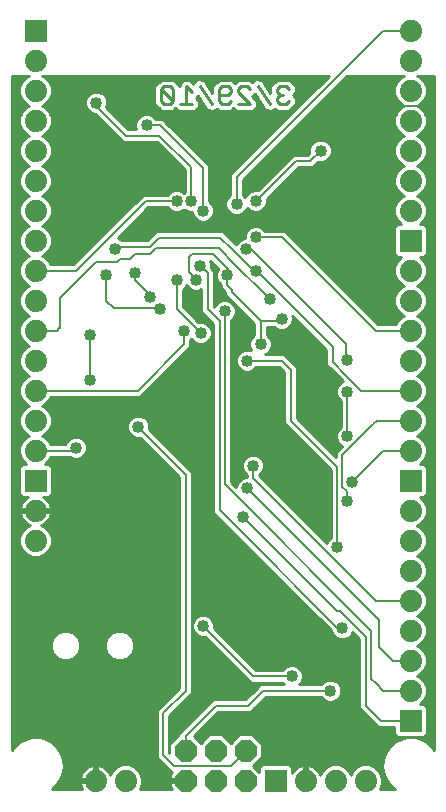
<source format=gbl>
G75*
G70*
%OFA0B0*%
%FSLAX24Y24*%
%IPPOS*%
%LPD*%
%AMOC8*
5,1,8,0,0,1.08239X$1,22.5*
%
%ADD10C,0.0110*%
%ADD11C,0.0740*%
%ADD12OC8,0.0740*%
%ADD13R,0.0740X0.0740*%
%ADD14C,0.0080*%
%ADD15C,0.0400*%
%ADD16C,0.0100*%
D10*
X005780Y024077D02*
X005977Y024077D01*
X006076Y024176D01*
X005682Y024569D01*
X005682Y024176D01*
X005780Y024077D01*
X005682Y024569D02*
X005780Y024668D01*
X005977Y024668D01*
X006076Y024569D01*
X006076Y024176D01*
X006326Y024077D02*
X006720Y024077D01*
X006720Y024471D02*
X006523Y024668D01*
X006523Y024077D01*
X006971Y024668D02*
X007365Y024077D01*
X007616Y024176D02*
X007616Y024569D01*
X007714Y024668D01*
X007911Y024668D01*
X008009Y024569D01*
X008009Y024471D01*
X007911Y024372D01*
X007616Y024372D01*
X007616Y024176D02*
X007714Y024077D01*
X007911Y024077D01*
X008009Y024176D01*
X008260Y024077D02*
X008654Y024077D01*
X008260Y024471D01*
X008260Y024569D01*
X008359Y024668D01*
X008555Y024668D01*
X008654Y024569D01*
X008905Y024668D02*
X009298Y024077D01*
X009549Y024176D02*
X009648Y024077D01*
X009844Y024077D01*
X009943Y024176D01*
X009943Y024569D02*
X009844Y024668D01*
X009648Y024668D01*
X009549Y024569D01*
X009549Y024471D01*
X009648Y024372D01*
X009549Y024274D01*
X009549Y024176D01*
X009648Y024372D02*
X009746Y024372D01*
D11*
X013998Y024522D03*
X013998Y023522D03*
X013998Y022522D03*
X013998Y021522D03*
X013998Y020522D03*
X013998Y018522D03*
X013998Y017522D03*
X013998Y016522D03*
X013998Y015522D03*
X013998Y014522D03*
X013998Y013522D03*
X013998Y012522D03*
X013998Y010522D03*
X013998Y009522D03*
X013998Y008522D03*
X013998Y007522D03*
X013998Y006522D03*
X013998Y005522D03*
X013998Y004522D03*
X012498Y001522D03*
X011498Y001522D03*
X010498Y001522D03*
X004498Y001522D03*
X003498Y001522D03*
X001498Y009522D03*
X001498Y010522D03*
X001498Y012522D03*
X001498Y013522D03*
X001498Y014522D03*
X001498Y015522D03*
X001498Y016522D03*
X001498Y017522D03*
X001498Y018522D03*
X001498Y019522D03*
X001498Y020522D03*
X001498Y021522D03*
X001498Y022522D03*
X001498Y023522D03*
X001498Y024522D03*
X001498Y025522D03*
X013998Y025522D03*
X013998Y026522D03*
D12*
X008498Y002522D03*
X008498Y001522D03*
X007498Y001522D03*
X007498Y002522D03*
X006498Y002522D03*
X006498Y001522D03*
D13*
X009498Y001522D03*
X013998Y003522D03*
X013998Y011522D03*
X013998Y019522D03*
X001498Y026522D03*
X001498Y011522D03*
D14*
X001498Y012522D02*
X002748Y012522D01*
X002848Y012622D01*
X003298Y014872D02*
X003298Y016372D01*
X004098Y017272D02*
X003848Y017522D01*
X003848Y018372D01*
X003498Y018822D02*
X004198Y018822D01*
X004298Y018922D01*
X004598Y018922D01*
X004648Y018922D01*
X004798Y019072D01*
X004848Y019072D01*
X005298Y019072D01*
X005498Y019272D01*
X007248Y019272D01*
X007608Y019272D01*
X007808Y019072D01*
X007958Y018922D01*
X009318Y017562D01*
X009698Y016922D02*
X009618Y016842D01*
X008998Y016842D01*
X008998Y016122D01*
X008998Y016072D01*
X008548Y015522D02*
X009698Y015522D01*
X009998Y015222D01*
X009998Y013522D01*
X011048Y012472D01*
X011548Y011972D01*
X011548Y009372D01*
X011548Y009332D01*
X011558Y009322D01*
X011348Y009022D02*
X012848Y007522D01*
X012878Y007522D01*
X013348Y007522D01*
X013998Y007522D01*
X012948Y006872D02*
X012948Y006372D01*
X012948Y005972D01*
X013398Y005522D01*
X013998Y005522D01*
X013998Y004522D02*
X013398Y004522D01*
X013078Y004522D01*
X012838Y004762D01*
X012678Y004922D01*
X012678Y006522D01*
X007798Y011402D01*
X007798Y017172D01*
X007638Y016832D02*
X007638Y011082D01*
X007638Y010682D01*
X007638Y010532D01*
X008198Y009972D01*
X011548Y006622D01*
X011698Y006622D01*
X011718Y006602D01*
X011648Y007172D02*
X011548Y007172D01*
X008398Y010322D01*
X008548Y011272D02*
X012948Y006872D01*
X012498Y006322D02*
X012498Y005572D01*
X012498Y004022D01*
X012998Y003522D01*
X013348Y003522D01*
X013998Y003522D01*
X012498Y006322D02*
X011648Y007172D01*
X011348Y009022D02*
X008748Y011622D01*
X008748Y012022D01*
X006498Y011722D02*
X004948Y013272D01*
X004918Y013302D01*
X004918Y013322D01*
X004898Y014522D02*
X006448Y016072D01*
X006448Y016472D01*
X006448Y016512D01*
X006438Y016522D01*
X006998Y016442D02*
X006198Y017242D01*
X006198Y018202D01*
X006598Y018472D02*
X006598Y018972D01*
X006698Y019072D01*
X006898Y019072D01*
X007398Y019072D01*
X007598Y018872D01*
X007898Y018572D01*
X007898Y018372D01*
X007888Y018372D01*
X007878Y018362D01*
X007878Y018042D01*
X007998Y017922D01*
X008038Y017882D01*
X008038Y017802D01*
X008998Y016842D01*
X008898Y018472D02*
X011398Y015972D01*
X011398Y015872D01*
X011398Y015472D01*
X011848Y015022D01*
X012348Y014522D01*
X012838Y014522D01*
X012998Y014522D01*
X013048Y014522D01*
X013998Y014522D01*
X013998Y013522D02*
X012898Y013522D01*
X012878Y013522D01*
X012758Y013402D01*
X011718Y012362D01*
X011718Y011322D01*
X011878Y011162D01*
X011878Y010842D01*
X012038Y011482D02*
X012838Y012282D01*
X013078Y012522D01*
X013448Y012522D01*
X013998Y012522D01*
X011878Y013002D02*
X011878Y014492D01*
X011878Y015542D02*
X011848Y015572D01*
X011848Y015672D01*
X011848Y016072D01*
X008678Y019242D01*
X008518Y019242D01*
X008038Y019242D02*
X008678Y018602D01*
X008838Y018522D01*
X008848Y018522D01*
X008898Y018472D01*
X008838Y019642D02*
X009718Y019642D01*
X012758Y016602D01*
X012838Y016522D01*
X013448Y016522D01*
X013998Y016522D01*
X010658Y022182D02*
X010998Y022522D01*
X010658Y022182D02*
X010178Y022182D01*
X008838Y020842D01*
X008198Y020742D02*
X008198Y021642D01*
X012838Y026282D01*
X013078Y026522D01*
X013148Y026522D01*
X013248Y026522D01*
X013998Y026522D01*
X014498Y024022D02*
X012998Y024022D01*
X008038Y019242D02*
X007658Y019622D01*
X007248Y019622D01*
X005598Y019622D01*
X005298Y019322D01*
X004198Y019322D01*
X004148Y019272D01*
X004158Y019262D01*
X004158Y019242D01*
X004818Y018442D02*
X004818Y018202D01*
X004998Y018022D01*
X005298Y017722D01*
X005298Y017662D01*
X005318Y017642D01*
X005598Y017272D02*
X004098Y017272D01*
X003098Y018422D02*
X003498Y018822D01*
X003098Y018422D02*
X002298Y017622D01*
X002298Y016622D01*
X002278Y016602D01*
X002198Y016522D01*
X001998Y016522D01*
X001498Y016522D01*
X001498Y014522D02*
X004898Y014522D01*
X005638Y017242D02*
X005608Y017272D01*
X005598Y017272D01*
X006598Y018472D02*
X006848Y018222D01*
X007238Y018432D02*
X006998Y018672D01*
X006988Y018682D01*
X006988Y018692D01*
X007238Y018432D02*
X007238Y017232D01*
X007638Y016832D01*
X007078Y020522D02*
X007078Y021782D01*
X007078Y021942D01*
X006498Y022522D01*
X005648Y023372D01*
X005198Y023372D01*
X004998Y023022D02*
X004498Y023022D01*
X003498Y024022D01*
X003518Y024042D01*
X003518Y024122D01*
X004998Y023022D02*
X005618Y023022D01*
X006678Y021962D01*
X006678Y020842D01*
X006198Y020842D02*
X005168Y020842D01*
X002848Y018522D01*
X001498Y018522D01*
X006498Y011722D02*
X006498Y004522D01*
X005748Y003772D01*
X005748Y002622D01*
X005748Y002372D01*
X006098Y002022D01*
X007998Y002022D01*
X008498Y002522D01*
X008578Y004022D02*
X007498Y004022D01*
X006498Y003022D01*
X006498Y002522D01*
X008578Y004022D02*
X008798Y004242D01*
X009078Y004522D01*
X011318Y004522D01*
X010038Y005002D02*
X008758Y005002D01*
X007078Y006682D01*
D15*
X007078Y006682D03*
X008398Y010322D03*
X008548Y011272D03*
X008748Y012022D03*
X009548Y011872D03*
X010898Y013672D03*
X011878Y013002D03*
X011878Y014492D03*
X011878Y015542D03*
X010998Y015672D03*
X009698Y016922D03*
X009318Y017562D03*
X008838Y018522D03*
X008518Y019242D03*
X008838Y019642D03*
X008838Y020842D03*
X008198Y020742D03*
X007498Y020022D03*
X007078Y020522D03*
X006678Y020842D03*
X006198Y020842D03*
X005098Y019672D03*
X004818Y018442D03*
X005318Y017642D03*
X005638Y017242D03*
X006198Y018202D03*
X006848Y018222D03*
X006988Y018692D03*
X006798Y017222D03*
X006438Y016522D03*
X006998Y016442D03*
X007798Y017172D03*
X007878Y018362D03*
X008998Y016072D03*
X008548Y015522D03*
X011598Y020072D03*
X010998Y022522D03*
X010748Y023572D03*
X008148Y023022D03*
X005198Y023372D03*
X004948Y022622D03*
X003518Y024122D03*
X004158Y019242D03*
X003848Y018372D03*
X003298Y016372D03*
X003298Y014872D03*
X002848Y012622D03*
X004918Y013322D03*
X009148Y007422D03*
X010038Y005002D03*
X009998Y004022D03*
X011318Y004522D03*
X011718Y006602D03*
X011558Y009322D03*
X011878Y010842D03*
X012038Y011482D03*
D16*
X000718Y002551D02*
X000718Y025022D01*
X001294Y025022D01*
X001192Y024980D01*
X001040Y024828D01*
X000958Y024630D01*
X000958Y024415D01*
X001040Y024216D01*
X001192Y024064D01*
X001294Y024022D01*
X001192Y023980D01*
X001040Y023828D01*
X000958Y023630D01*
X000958Y023415D01*
X001040Y023216D01*
X001192Y023064D01*
X001294Y023022D01*
X001192Y022980D01*
X001040Y022828D01*
X000958Y022630D01*
X000958Y022415D01*
X001040Y022216D01*
X001192Y022064D01*
X001294Y022022D01*
X001192Y021980D01*
X001040Y021828D01*
X000958Y021630D01*
X000958Y021415D01*
X001040Y021216D01*
X001192Y021064D01*
X001294Y021022D01*
X001192Y020980D01*
X001040Y020828D01*
X000958Y020630D01*
X000958Y020415D01*
X001040Y020216D01*
X001192Y020064D01*
X001294Y020022D01*
X001192Y019980D01*
X001040Y019828D01*
X000958Y019630D01*
X000958Y019415D01*
X001040Y019216D01*
X001192Y019064D01*
X001294Y019022D01*
X001192Y018980D01*
X001040Y018828D01*
X000958Y018630D01*
X000958Y018415D01*
X001040Y018216D01*
X001192Y018064D01*
X001294Y018022D01*
X001192Y017980D01*
X001040Y017828D01*
X000958Y017630D01*
X000958Y017415D01*
X001040Y017216D01*
X001192Y017064D01*
X001294Y017022D01*
X001192Y016980D01*
X001040Y016828D01*
X000958Y016630D01*
X000958Y016415D01*
X001040Y016216D01*
X001192Y016064D01*
X001294Y016022D01*
X001192Y015980D01*
X001040Y015828D01*
X000958Y015630D01*
X000958Y015415D01*
X001040Y015216D01*
X001192Y015064D01*
X001294Y015022D01*
X001192Y014980D01*
X001040Y014828D01*
X000958Y014630D01*
X000958Y014415D01*
X001040Y014216D01*
X001192Y014064D01*
X001294Y014022D01*
X001192Y013980D01*
X001040Y013828D01*
X000958Y013630D01*
X000958Y013415D01*
X001040Y013216D01*
X001192Y013064D01*
X001294Y013022D01*
X001192Y012980D01*
X001040Y012828D01*
X000958Y012630D01*
X000958Y012415D01*
X001040Y012216D01*
X001192Y012064D01*
X001197Y012062D01*
X001057Y012062D01*
X000958Y011963D01*
X000958Y011082D01*
X001057Y010982D01*
X001250Y010982D01*
X001203Y010963D01*
X001057Y010817D01*
X000978Y010626D01*
X000978Y010572D01*
X001448Y010572D01*
X001448Y010472D01*
X000978Y010472D01*
X000978Y010419D01*
X001057Y010228D01*
X001203Y010081D01*
X001320Y010033D01*
X001192Y009980D01*
X001040Y009828D01*
X000958Y009630D01*
X000958Y009415D01*
X001040Y009216D01*
X001192Y009064D01*
X001390Y008982D01*
X001605Y008982D01*
X001804Y009064D01*
X001956Y009216D01*
X002038Y009415D01*
X002038Y009630D01*
X001956Y009828D01*
X001804Y009980D01*
X001676Y010033D01*
X001792Y010081D01*
X001939Y010228D01*
X002018Y010419D01*
X002018Y010472D01*
X001548Y010472D01*
X001548Y010572D01*
X002018Y010572D01*
X002018Y010626D01*
X001939Y010817D01*
X001792Y010963D01*
X001746Y010982D01*
X001938Y010982D01*
X002038Y011082D01*
X002038Y011963D01*
X001938Y012062D01*
X001798Y012062D01*
X001804Y012064D01*
X001956Y012216D01*
X001995Y012312D01*
X002635Y012312D01*
X002638Y012309D01*
X002774Y012252D01*
X002921Y012252D01*
X003057Y012309D01*
X003161Y012413D01*
X003218Y012549D01*
X003218Y012696D01*
X003161Y012832D01*
X003057Y012936D01*
X002921Y012992D01*
X002774Y012992D01*
X002638Y012936D01*
X002534Y012832D01*
X002493Y012732D01*
X001995Y012732D01*
X001956Y012828D01*
X001804Y012980D01*
X001702Y013022D01*
X001804Y013064D01*
X001956Y013216D01*
X002038Y013415D01*
X002038Y013630D01*
X001956Y013828D01*
X001804Y013980D01*
X001702Y014022D01*
X001804Y014064D01*
X001956Y014216D01*
X001995Y014312D01*
X004811Y014312D01*
X004985Y014312D01*
X006535Y015862D01*
X006658Y015985D01*
X006658Y016219D01*
X006680Y016242D01*
X006684Y016233D01*
X006788Y016129D01*
X006924Y016072D01*
X007071Y016072D01*
X007207Y016129D01*
X007311Y016233D01*
X007368Y016369D01*
X007368Y016516D01*
X007311Y016652D01*
X007207Y016756D01*
X007071Y016812D01*
X006925Y016812D01*
X006408Y017329D01*
X006408Y017889D01*
X006511Y017993D01*
X006527Y018030D01*
X006534Y018013D01*
X006638Y017909D01*
X006774Y017852D01*
X006921Y017852D01*
X007028Y017896D01*
X007028Y017145D01*
X007151Y017022D01*
X007428Y016745D01*
X007428Y011169D01*
X007428Y010769D01*
X007428Y010619D01*
X007428Y010445D01*
X007988Y009885D01*
X011338Y006535D01*
X011350Y006523D01*
X011404Y006393D01*
X011508Y006289D01*
X011644Y006232D01*
X011791Y006232D01*
X011927Y006289D01*
X012031Y006393D01*
X012060Y006463D01*
X012288Y006235D01*
X012288Y005659D01*
X012288Y004109D01*
X012288Y003935D01*
X012911Y003312D01*
X013085Y003312D01*
X013435Y003312D01*
X013458Y003312D01*
X013458Y003082D01*
X013557Y002982D01*
X014438Y002982D01*
X014538Y003082D01*
X014538Y003963D01*
X014438Y004062D01*
X014298Y004062D01*
X014304Y004064D01*
X014456Y004216D01*
X014538Y004415D01*
X014538Y004630D01*
X014456Y004828D01*
X014304Y004980D01*
X014202Y005022D01*
X014304Y005064D01*
X014456Y005216D01*
X014538Y005415D01*
X014538Y005630D01*
X014456Y005828D01*
X014304Y005980D01*
X014202Y006022D01*
X014304Y006064D01*
X014456Y006216D01*
X014538Y006415D01*
X014538Y006630D01*
X014456Y006828D01*
X014304Y006980D01*
X014202Y007022D01*
X014304Y007064D01*
X014456Y007216D01*
X014538Y007415D01*
X014538Y007630D01*
X014456Y007828D01*
X014304Y007980D01*
X014202Y008022D01*
X014304Y008064D01*
X014456Y008216D01*
X014538Y008415D01*
X014538Y008630D01*
X014456Y008828D01*
X014304Y008980D01*
X014202Y009022D01*
X014304Y009064D01*
X014456Y009216D01*
X014538Y009415D01*
X014538Y009630D01*
X014456Y009828D01*
X014304Y009980D01*
X014202Y010022D01*
X014304Y010064D01*
X014456Y010216D01*
X014538Y010415D01*
X014538Y010630D01*
X014456Y010828D01*
X014304Y010980D01*
X014298Y010982D01*
X014438Y010982D01*
X014538Y011082D01*
X014538Y011963D01*
X014438Y012062D01*
X014298Y012062D01*
X014304Y012064D01*
X014456Y012216D01*
X014538Y012415D01*
X014538Y012630D01*
X014456Y012828D01*
X014304Y012980D01*
X014202Y013022D01*
X014304Y013064D01*
X014456Y013216D01*
X014538Y013415D01*
X014538Y013630D01*
X014456Y013828D01*
X014304Y013980D01*
X014202Y014022D01*
X014304Y014064D01*
X014456Y014216D01*
X014538Y014415D01*
X014538Y014630D01*
X014456Y014828D01*
X014304Y014980D01*
X014202Y015022D01*
X014304Y015064D01*
X014456Y015216D01*
X014538Y015415D01*
X014538Y015630D01*
X014456Y015828D01*
X014304Y015980D01*
X014202Y016022D01*
X014304Y016064D01*
X014456Y016216D01*
X014538Y016415D01*
X014538Y016630D01*
X014456Y016828D01*
X014304Y016980D01*
X014202Y017022D01*
X014304Y017064D01*
X014456Y017216D01*
X014538Y017415D01*
X014538Y017630D01*
X014456Y017828D01*
X014304Y017980D01*
X014202Y018022D01*
X014304Y018064D01*
X014456Y018216D01*
X014538Y018415D01*
X014538Y018630D01*
X014456Y018828D01*
X014304Y018980D01*
X014298Y018982D01*
X014438Y018982D01*
X014538Y019082D01*
X014538Y019963D01*
X014438Y020062D01*
X014298Y020062D01*
X014304Y020064D01*
X014456Y020216D01*
X014538Y020415D01*
X014538Y020630D01*
X014456Y020828D01*
X014304Y020980D01*
X014202Y021022D01*
X014304Y021064D01*
X014456Y021216D01*
X014538Y021415D01*
X014538Y021630D01*
X014456Y021828D01*
X014304Y021980D01*
X014202Y022022D01*
X014304Y022064D01*
X014456Y022216D01*
X014538Y022415D01*
X014538Y022630D01*
X014456Y022828D01*
X014304Y022980D01*
X014202Y023022D01*
X014304Y023064D01*
X014456Y023216D01*
X014538Y023415D01*
X014538Y023630D01*
X014456Y023828D01*
X014304Y023980D01*
X014202Y024022D01*
X014304Y024064D01*
X014456Y024216D01*
X014538Y024415D01*
X014538Y024630D01*
X014456Y024828D01*
X014304Y024980D01*
X014202Y025022D01*
X014202Y025022D01*
X014778Y025022D01*
X014778Y002551D01*
X014729Y002636D01*
X014475Y002849D01*
X014164Y002962D01*
X014085Y002962D01*
X013998Y002962D01*
X013986Y002962D01*
X013911Y002962D01*
X013832Y002962D01*
X013521Y002849D01*
X013267Y002636D01*
X013267Y002636D01*
X013101Y002349D01*
X013101Y002349D01*
X013043Y002022D01*
X013101Y001696D01*
X013101Y001696D01*
X013267Y001409D01*
X013465Y001242D01*
X012966Y001242D01*
X013038Y001415D01*
X013038Y001630D01*
X012956Y001828D01*
X012804Y001980D01*
X012605Y002062D01*
X012390Y002062D01*
X012192Y001980D01*
X012040Y001828D01*
X011998Y001726D01*
X011956Y001828D01*
X011804Y001980D01*
X011605Y002062D01*
X011390Y002062D01*
X011192Y001980D01*
X011040Y001828D01*
X010987Y001700D01*
X010939Y001817D01*
X010792Y001963D01*
X010601Y002042D01*
X010548Y002042D01*
X010548Y001572D01*
X010448Y001572D01*
X010448Y002042D01*
X010394Y002042D01*
X010203Y001963D01*
X010057Y001817D01*
X010038Y001770D01*
X010038Y001963D01*
X009938Y002062D01*
X009057Y002062D01*
X008958Y001963D01*
X008958Y001826D01*
X008761Y002022D01*
X009038Y002299D01*
X009038Y002746D01*
X008721Y003062D01*
X008274Y003062D01*
X007998Y002786D01*
X007721Y003062D01*
X007274Y003062D01*
X006998Y002786D01*
X006778Y003006D01*
X007585Y003812D01*
X008665Y003812D01*
X008788Y003935D01*
X009008Y004155D01*
X009008Y004155D01*
X009165Y004312D01*
X011005Y004312D01*
X011108Y004209D01*
X011244Y004152D01*
X011391Y004152D01*
X011527Y004209D01*
X011631Y004313D01*
X011688Y004449D01*
X011688Y004596D01*
X011631Y004732D01*
X011527Y004836D01*
X011391Y004892D01*
X011244Y004892D01*
X011108Y004836D01*
X011005Y004732D01*
X010291Y004732D01*
X010351Y004793D01*
X010408Y004929D01*
X010408Y005076D01*
X010351Y005212D01*
X010247Y005316D01*
X010111Y005372D01*
X009964Y005372D01*
X009828Y005316D01*
X009725Y005212D01*
X008845Y005212D01*
X007448Y006609D01*
X007448Y006756D01*
X007391Y006892D01*
X007287Y006996D01*
X007151Y007052D01*
X007004Y007052D01*
X006868Y006996D01*
X006764Y006892D01*
X006708Y006756D01*
X006708Y006609D01*
X006764Y006473D01*
X006868Y006369D01*
X007004Y006312D01*
X007151Y006312D01*
X008671Y004792D01*
X008845Y004792D01*
X009725Y004792D01*
X009785Y004732D01*
X008991Y004732D01*
X008868Y004609D01*
X008711Y004452D01*
X008711Y004452D01*
X008491Y004232D01*
X007585Y004232D01*
X007411Y004232D01*
X006411Y003232D01*
X006288Y003109D01*
X006288Y003062D01*
X006274Y003062D01*
X005958Y002746D01*
X005958Y002459D01*
X005958Y002459D01*
X005958Y002709D01*
X005958Y003685D01*
X006585Y004312D01*
X006585Y004312D01*
X006708Y004435D01*
X006708Y011635D01*
X006708Y011809D01*
X005282Y013235D01*
X005288Y013249D01*
X005288Y013396D01*
X005231Y013532D01*
X005127Y013636D01*
X004991Y013692D01*
X004844Y013692D01*
X004708Y013636D01*
X004604Y013532D01*
X004548Y013396D01*
X004548Y013249D01*
X004604Y013113D01*
X004708Y013009D01*
X004844Y012952D01*
X004971Y012952D01*
X006288Y011635D01*
X006288Y004609D01*
X005661Y003982D01*
X005661Y003982D01*
X005538Y003859D01*
X005538Y002709D01*
X005538Y002459D01*
X005538Y002285D01*
X005888Y001935D01*
X006011Y001812D01*
X006052Y001812D01*
X005978Y001738D01*
X005978Y001572D01*
X006448Y001572D01*
X006448Y001472D01*
X005978Y001472D01*
X005978Y001307D01*
X006042Y001242D01*
X004966Y001242D01*
X005038Y001415D01*
X005038Y001630D01*
X004956Y001828D01*
X004804Y001980D01*
X004605Y002062D01*
X004390Y002062D01*
X004192Y001980D01*
X004040Y001828D01*
X003987Y001700D01*
X003939Y001817D01*
X003792Y001963D01*
X003601Y002042D01*
X003548Y002042D01*
X003548Y001572D01*
X003448Y001572D01*
X003448Y001472D01*
X002978Y001472D01*
X002978Y001419D01*
X003051Y001242D01*
X002031Y001242D01*
X002229Y001409D01*
X002395Y001696D01*
X002452Y002022D01*
X002395Y002349D01*
X002229Y002636D01*
X001975Y002849D01*
X001664Y002962D01*
X001585Y002962D01*
X001498Y002962D01*
X001332Y002962D01*
X001021Y002849D01*
X000767Y002636D01*
X000767Y002636D01*
X000718Y002551D01*
X000718Y002639D02*
X000770Y002639D01*
X000767Y002636D02*
X000767Y002636D01*
X000718Y002737D02*
X000888Y002737D01*
X001005Y002836D02*
X000718Y002836D01*
X000718Y002934D02*
X001256Y002934D01*
X001332Y002962D02*
X001332Y002962D01*
X001740Y002934D02*
X005538Y002934D01*
X005538Y002836D02*
X001990Y002836D01*
X001975Y002849D02*
X001975Y002849D01*
X002108Y002737D02*
X005538Y002737D01*
X005538Y002639D02*
X002225Y002639D01*
X002284Y002540D02*
X005538Y002540D01*
X005538Y002442D02*
X002341Y002442D01*
X002396Y002343D02*
X005538Y002343D01*
X005578Y002245D02*
X002413Y002245D01*
X002430Y002146D02*
X005677Y002146D01*
X005776Y002047D02*
X004641Y002047D01*
X004835Y001949D02*
X005874Y001949D01*
X005973Y001850D02*
X004933Y001850D01*
X004987Y001752D02*
X005992Y001752D01*
X005978Y001653D02*
X005028Y001653D01*
X005038Y001555D02*
X006448Y001555D01*
X005978Y001456D02*
X005038Y001456D01*
X005014Y001358D02*
X005978Y001358D01*
X006025Y001259D02*
X004973Y001259D01*
X004355Y002047D02*
X002448Y002047D01*
X002452Y002022D02*
X002452Y002022D01*
X002439Y001949D02*
X003189Y001949D01*
X003203Y001963D02*
X003057Y001817D01*
X002978Y001626D01*
X002978Y001572D01*
X003448Y001572D01*
X003448Y002042D01*
X003394Y002042D01*
X003203Y001963D01*
X003091Y001850D02*
X002422Y001850D01*
X002405Y001752D02*
X003030Y001752D01*
X002989Y001653D02*
X002370Y001653D01*
X002395Y001696D02*
X002395Y001696D01*
X002313Y001555D02*
X003448Y001555D01*
X003448Y001653D02*
X003548Y001653D01*
X003548Y001752D02*
X003448Y001752D01*
X003448Y001850D02*
X003548Y001850D01*
X003548Y001949D02*
X003448Y001949D01*
X003806Y001949D02*
X004161Y001949D01*
X004062Y001850D02*
X003905Y001850D01*
X003965Y001752D02*
X004008Y001752D01*
X002978Y001456D02*
X002256Y001456D01*
X002229Y001409D02*
X002229Y001409D01*
X002229Y001409D01*
X002168Y001358D02*
X003003Y001358D01*
X003044Y001259D02*
X002051Y001259D01*
X000718Y003033D02*
X005538Y003033D01*
X005538Y003131D02*
X000718Y003131D01*
X000718Y003230D02*
X005538Y003230D01*
X005538Y003329D02*
X000718Y003329D01*
X000718Y003427D02*
X005538Y003427D01*
X005538Y003526D02*
X000718Y003526D01*
X000718Y003624D02*
X005538Y003624D01*
X005538Y003723D02*
X000718Y003723D01*
X000718Y003821D02*
X005538Y003821D01*
X005598Y003920D02*
X000718Y003920D01*
X000718Y004018D02*
X005697Y004018D01*
X005796Y004117D02*
X000718Y004117D01*
X000718Y004215D02*
X005894Y004215D01*
X005993Y004314D02*
X000718Y004314D01*
X000718Y004413D02*
X006091Y004413D01*
X006190Y004511D02*
X000718Y004511D01*
X000718Y004610D02*
X006288Y004610D01*
X006288Y004708D02*
X000718Y004708D01*
X000718Y004807D02*
X006288Y004807D01*
X006288Y004905D02*
X000718Y004905D01*
X000718Y005004D02*
X006288Y005004D01*
X006288Y005102D02*
X000718Y005102D01*
X000718Y005201D02*
X006288Y005201D01*
X006288Y005299D02*
X000718Y005299D01*
X000718Y005398D02*
X006288Y005398D01*
X006288Y005496D02*
X000718Y005496D01*
X000718Y005595D02*
X002262Y005595D01*
X002223Y005611D02*
X002401Y005537D01*
X002594Y005537D01*
X002772Y005611D01*
X002909Y005747D01*
X002983Y005926D01*
X002983Y006119D01*
X002909Y006297D01*
X002772Y006433D01*
X002594Y006507D01*
X002401Y006507D01*
X002223Y006433D01*
X002087Y006297D01*
X002013Y006119D01*
X002013Y005926D01*
X002087Y005747D01*
X002223Y005611D01*
X002141Y005694D02*
X000718Y005694D01*
X000718Y005792D02*
X002068Y005792D01*
X002027Y005891D02*
X000718Y005891D01*
X000718Y005989D02*
X002013Y005989D01*
X002013Y006088D02*
X000718Y006088D01*
X000718Y006186D02*
X002041Y006186D01*
X002082Y006285D02*
X000718Y006285D01*
X000718Y006383D02*
X002173Y006383D01*
X002340Y006482D02*
X000718Y006482D01*
X000718Y006580D02*
X006288Y006580D01*
X006288Y006482D02*
X004455Y006482D01*
X004394Y006507D02*
X004572Y006433D01*
X004709Y006297D01*
X004783Y006119D01*
X004783Y005926D01*
X004709Y005747D01*
X004572Y005611D01*
X004394Y005537D01*
X004201Y005537D01*
X004023Y005611D01*
X003887Y005747D01*
X003813Y005926D01*
X003813Y006119D01*
X003887Y006297D01*
X004023Y006433D01*
X004201Y006507D01*
X004394Y006507D01*
X004140Y006482D02*
X002655Y006482D01*
X002822Y006383D02*
X003973Y006383D01*
X003882Y006285D02*
X002914Y006285D01*
X002955Y006186D02*
X003841Y006186D01*
X003813Y006088D02*
X002983Y006088D01*
X002983Y005989D02*
X003813Y005989D01*
X003827Y005891D02*
X002968Y005891D01*
X002927Y005792D02*
X003868Y005792D01*
X003941Y005694D02*
X002855Y005694D01*
X002734Y005595D02*
X004062Y005595D01*
X004534Y005595D02*
X006288Y005595D01*
X006288Y005694D02*
X004655Y005694D01*
X004727Y005792D02*
X006288Y005792D01*
X006288Y005891D02*
X004768Y005891D01*
X004783Y005989D02*
X006288Y005989D01*
X006288Y006088D02*
X004783Y006088D01*
X004755Y006186D02*
X006288Y006186D01*
X006288Y006285D02*
X004714Y006285D01*
X004622Y006383D02*
X006288Y006383D01*
X006288Y006679D02*
X000718Y006679D01*
X000718Y006778D02*
X006288Y006778D01*
X006288Y006876D02*
X000718Y006876D01*
X000718Y006975D02*
X006288Y006975D01*
X006288Y007073D02*
X000718Y007073D01*
X000718Y007172D02*
X006288Y007172D01*
X006288Y007270D02*
X000718Y007270D01*
X000718Y007369D02*
X006288Y007369D01*
X006288Y007467D02*
X000718Y007467D01*
X000718Y007566D02*
X006288Y007566D01*
X006288Y007664D02*
X000718Y007664D01*
X000718Y007763D02*
X006288Y007763D01*
X006288Y007862D02*
X000718Y007862D01*
X000718Y007960D02*
X006288Y007960D01*
X006288Y008059D02*
X000718Y008059D01*
X000718Y008157D02*
X006288Y008157D01*
X006288Y008256D02*
X000718Y008256D01*
X000718Y008354D02*
X006288Y008354D01*
X006288Y008453D02*
X000718Y008453D01*
X000718Y008551D02*
X006288Y008551D01*
X006288Y008650D02*
X000718Y008650D01*
X000718Y008748D02*
X006288Y008748D01*
X006288Y008847D02*
X000718Y008847D01*
X000718Y008946D02*
X006288Y008946D01*
X006288Y009044D02*
X001754Y009044D01*
X001882Y009143D02*
X006288Y009143D01*
X006288Y009241D02*
X001966Y009241D01*
X002007Y009340D02*
X006288Y009340D01*
X006288Y009438D02*
X002038Y009438D01*
X002038Y009537D02*
X006288Y009537D01*
X006288Y009635D02*
X002035Y009635D01*
X001995Y009734D02*
X006288Y009734D01*
X006288Y009832D02*
X001951Y009832D01*
X001853Y009931D02*
X006288Y009931D01*
X006288Y010029D02*
X001684Y010029D01*
X001839Y010128D02*
X006288Y010128D01*
X006288Y010227D02*
X001938Y010227D01*
X001979Y010325D02*
X006288Y010325D01*
X006288Y010424D02*
X002018Y010424D01*
X002018Y010621D02*
X006288Y010621D01*
X006288Y010719D02*
X001979Y010719D01*
X001937Y010818D02*
X006288Y010818D01*
X006288Y010916D02*
X001839Y010916D01*
X001971Y011015D02*
X006288Y011015D01*
X006288Y011113D02*
X002038Y011113D01*
X002038Y011212D02*
X006288Y011212D01*
X006288Y011311D02*
X002038Y011311D01*
X002038Y011409D02*
X006288Y011409D01*
X006288Y011508D02*
X002038Y011508D01*
X002038Y011606D02*
X006288Y011606D01*
X006218Y011705D02*
X002038Y011705D01*
X002038Y011803D02*
X006120Y011803D01*
X006021Y011902D02*
X002038Y011902D01*
X002000Y012000D02*
X005923Y012000D01*
X005824Y012099D02*
X001838Y012099D01*
X001937Y012197D02*
X005726Y012197D01*
X005627Y012296D02*
X003027Y012296D01*
X003143Y012395D02*
X005528Y012395D01*
X005430Y012493D02*
X003195Y012493D01*
X003218Y012592D02*
X005331Y012592D01*
X005233Y012690D02*
X003218Y012690D01*
X003179Y012789D02*
X005134Y012789D01*
X005036Y012887D02*
X003106Y012887D01*
X002937Y012986D02*
X004763Y012986D01*
X004632Y013084D02*
X001824Y013084D01*
X001790Y012986D02*
X002759Y012986D01*
X002590Y012887D02*
X001896Y012887D01*
X001972Y012789D02*
X002516Y012789D01*
X002668Y012296D02*
X001989Y012296D01*
X001922Y013183D02*
X004575Y013183D01*
X004548Y013281D02*
X001983Y013281D01*
X002023Y013380D02*
X004548Y013380D01*
X004582Y013479D02*
X002038Y013479D01*
X002038Y013577D02*
X004649Y013577D01*
X004804Y013676D02*
X002019Y013676D01*
X001978Y013774D02*
X007428Y013774D01*
X007428Y013676D02*
X005031Y013676D01*
X005186Y013577D02*
X007428Y013577D01*
X007428Y013479D02*
X005254Y013479D01*
X005288Y013380D02*
X007428Y013380D01*
X007428Y013281D02*
X005288Y013281D01*
X005334Y013183D02*
X007428Y013183D01*
X007428Y013084D02*
X005433Y013084D01*
X005531Y012986D02*
X007428Y012986D01*
X007428Y012887D02*
X005630Y012887D01*
X005728Y012789D02*
X007428Y012789D01*
X007428Y012690D02*
X005827Y012690D01*
X005925Y012592D02*
X007428Y012592D01*
X007428Y012493D02*
X006024Y012493D01*
X006122Y012395D02*
X007428Y012395D01*
X007428Y012296D02*
X006221Y012296D01*
X006319Y012197D02*
X007428Y012197D01*
X007428Y012099D02*
X006418Y012099D01*
X006517Y012000D02*
X007428Y012000D01*
X007428Y011902D02*
X006615Y011902D01*
X006708Y011803D02*
X007428Y011803D01*
X007428Y011705D02*
X006708Y011705D01*
X006708Y011606D02*
X007428Y011606D01*
X007428Y011508D02*
X006708Y011508D01*
X006708Y011409D02*
X007428Y011409D01*
X007428Y011311D02*
X006708Y011311D01*
X006708Y011212D02*
X007428Y011212D01*
X007428Y011113D02*
X006708Y011113D01*
X006708Y011015D02*
X007428Y011015D01*
X007428Y010916D02*
X006708Y010916D01*
X006708Y010818D02*
X007428Y010818D01*
X007428Y010719D02*
X006708Y010719D01*
X006708Y010621D02*
X007428Y010621D01*
X007428Y010522D02*
X006708Y010522D01*
X006708Y010424D02*
X007449Y010424D01*
X007548Y010325D02*
X006708Y010325D01*
X006708Y010227D02*
X007646Y010227D01*
X007745Y010128D02*
X006708Y010128D01*
X006708Y010029D02*
X007844Y010029D01*
X007942Y009931D02*
X006708Y009931D01*
X006708Y009832D02*
X008041Y009832D01*
X008139Y009734D02*
X006708Y009734D01*
X006708Y009635D02*
X008238Y009635D01*
X008336Y009537D02*
X006708Y009537D01*
X006708Y009438D02*
X008435Y009438D01*
X008533Y009340D02*
X006708Y009340D01*
X006708Y009241D02*
X008632Y009241D01*
X008730Y009143D02*
X006708Y009143D01*
X006708Y009044D02*
X008829Y009044D01*
X008927Y008946D02*
X006708Y008946D01*
X006708Y008847D02*
X009026Y008847D01*
X009125Y008748D02*
X006708Y008748D01*
X006708Y008650D02*
X009223Y008650D01*
X009322Y008551D02*
X006708Y008551D01*
X006708Y008453D02*
X009420Y008453D01*
X009519Y008354D02*
X006708Y008354D01*
X006708Y008256D02*
X009617Y008256D01*
X009716Y008157D02*
X006708Y008157D01*
X006708Y008059D02*
X009814Y008059D01*
X009913Y007960D02*
X006708Y007960D01*
X006708Y007862D02*
X010011Y007862D01*
X010110Y007763D02*
X006708Y007763D01*
X006708Y007664D02*
X010209Y007664D01*
X010307Y007566D02*
X006708Y007566D01*
X006708Y007467D02*
X010406Y007467D01*
X010504Y007369D02*
X006708Y007369D01*
X006708Y007270D02*
X010603Y007270D01*
X010701Y007172D02*
X006708Y007172D01*
X006708Y007073D02*
X010800Y007073D01*
X010898Y006975D02*
X007309Y006975D01*
X007398Y006876D02*
X010997Y006876D01*
X011095Y006778D02*
X007439Y006778D01*
X007448Y006679D02*
X011194Y006679D01*
X011293Y006580D02*
X007476Y006580D01*
X007575Y006482D02*
X011367Y006482D01*
X011413Y006383D02*
X007674Y006383D01*
X007772Y006285D02*
X011517Y006285D01*
X011918Y006285D02*
X012238Y006285D01*
X012288Y006186D02*
X007871Y006186D01*
X007969Y006088D02*
X012288Y006088D01*
X012288Y005989D02*
X008068Y005989D01*
X008166Y005891D02*
X012288Y005891D01*
X012288Y005792D02*
X008265Y005792D01*
X008363Y005694D02*
X012288Y005694D01*
X012288Y005595D02*
X008462Y005595D01*
X008560Y005496D02*
X012288Y005496D01*
X012288Y005398D02*
X008659Y005398D01*
X008758Y005299D02*
X009812Y005299D01*
X010264Y005299D02*
X012288Y005299D01*
X012288Y005201D02*
X010356Y005201D01*
X010397Y005102D02*
X012288Y005102D01*
X012288Y005004D02*
X010408Y005004D01*
X010398Y004905D02*
X012288Y004905D01*
X012288Y004807D02*
X011556Y004807D01*
X011641Y004708D02*
X012288Y004708D01*
X012288Y004610D02*
X011682Y004610D01*
X011688Y004511D02*
X012288Y004511D01*
X012288Y004413D02*
X011673Y004413D01*
X011632Y004314D02*
X012288Y004314D01*
X012288Y004215D02*
X011534Y004215D01*
X011101Y004215D02*
X009068Y004215D01*
X008969Y004117D02*
X012288Y004117D01*
X012288Y004018D02*
X008871Y004018D01*
X008772Y003920D02*
X012303Y003920D01*
X012402Y003821D02*
X008674Y003821D01*
X008573Y004314D02*
X006587Y004314D01*
X006685Y004413D02*
X008671Y004413D01*
X008770Y004511D02*
X006708Y004511D01*
X006708Y004610D02*
X008868Y004610D01*
X008967Y004708D02*
X006708Y004708D01*
X006708Y004807D02*
X008656Y004807D01*
X008558Y004905D02*
X006708Y004905D01*
X006708Y005004D02*
X008459Y005004D01*
X008361Y005102D02*
X006708Y005102D01*
X006708Y005201D02*
X008262Y005201D01*
X008164Y005299D02*
X006708Y005299D01*
X006708Y005398D02*
X008065Y005398D01*
X007966Y005496D02*
X006708Y005496D01*
X006708Y005595D02*
X007868Y005595D01*
X007769Y005694D02*
X006708Y005694D01*
X006708Y005792D02*
X007671Y005792D01*
X007572Y005891D02*
X006708Y005891D01*
X006708Y005989D02*
X007474Y005989D01*
X007375Y006088D02*
X006708Y006088D01*
X006708Y006186D02*
X007277Y006186D01*
X007178Y006285D02*
X006708Y006285D01*
X006708Y006383D02*
X006853Y006383D01*
X006760Y006482D02*
X006708Y006482D01*
X006708Y006580D02*
X006719Y006580D01*
X006708Y006679D02*
X006708Y006679D01*
X006708Y006778D02*
X006717Y006778D01*
X006708Y006876D02*
X006758Y006876D01*
X006708Y006975D02*
X006847Y006975D01*
X006488Y004215D02*
X007394Y004215D01*
X007296Y004117D02*
X006389Y004117D01*
X006291Y004018D02*
X007197Y004018D01*
X007098Y003920D02*
X006192Y003920D01*
X006094Y003821D02*
X007000Y003821D01*
X006901Y003723D02*
X005995Y003723D01*
X005958Y003624D02*
X006803Y003624D01*
X006704Y003526D02*
X005958Y003526D01*
X005958Y003427D02*
X006606Y003427D01*
X006507Y003329D02*
X005958Y003329D01*
X005958Y003230D02*
X006409Y003230D01*
X006310Y003131D02*
X005958Y003131D01*
X005958Y003033D02*
X006245Y003033D01*
X006146Y002934D02*
X005958Y002934D01*
X005958Y002836D02*
X006048Y002836D01*
X005958Y002737D02*
X005958Y002737D01*
X005958Y002639D02*
X005958Y002639D01*
X005958Y002540D02*
X005958Y002540D01*
X006849Y002934D02*
X007146Y002934D01*
X007048Y002836D02*
X006948Y002836D01*
X006805Y003033D02*
X007245Y003033D01*
X007101Y003329D02*
X012894Y003329D01*
X012796Y003427D02*
X007200Y003427D01*
X007298Y003526D02*
X012697Y003526D01*
X012599Y003624D02*
X007397Y003624D01*
X007495Y003723D02*
X012500Y003723D01*
X013211Y002540D02*
X009038Y002540D01*
X009038Y002442D02*
X013155Y002442D01*
X013100Y002343D02*
X009038Y002343D01*
X008984Y002245D02*
X013083Y002245D01*
X013065Y002146D02*
X008885Y002146D01*
X008787Y002047D02*
X009043Y002047D01*
X008958Y001949D02*
X008835Y001949D01*
X008933Y001850D02*
X008958Y001850D01*
X009038Y002639D02*
X013270Y002639D01*
X013267Y002636D02*
X013267Y002636D01*
X013388Y002737D02*
X009038Y002737D01*
X008948Y002836D02*
X013505Y002836D01*
X013507Y003033D02*
X008751Y003033D01*
X008849Y002934D02*
X013756Y002934D01*
X013832Y002962D02*
X013832Y002962D01*
X013458Y003131D02*
X006904Y003131D01*
X007003Y003230D02*
X013458Y003230D01*
X014240Y002934D02*
X014778Y002934D01*
X014778Y002836D02*
X014490Y002836D01*
X014475Y002849D02*
X014475Y002849D01*
X014608Y002737D02*
X014778Y002737D01*
X014778Y002639D02*
X014725Y002639D01*
X014778Y003033D02*
X014489Y003033D01*
X014538Y003131D02*
X014778Y003131D01*
X014778Y003230D02*
X014538Y003230D01*
X014538Y003329D02*
X014778Y003329D01*
X014778Y003427D02*
X014538Y003427D01*
X014538Y003526D02*
X014778Y003526D01*
X014778Y003624D02*
X014538Y003624D01*
X014538Y003723D02*
X014778Y003723D01*
X014778Y003821D02*
X014538Y003821D01*
X014538Y003920D02*
X014778Y003920D01*
X014778Y004018D02*
X014482Y004018D01*
X014356Y004117D02*
X014778Y004117D01*
X014778Y004215D02*
X014455Y004215D01*
X014496Y004314D02*
X014778Y004314D01*
X014778Y004413D02*
X014537Y004413D01*
X014538Y004511D02*
X014778Y004511D01*
X014778Y004610D02*
X014538Y004610D01*
X014505Y004708D02*
X014778Y004708D01*
X014778Y004807D02*
X014464Y004807D01*
X014378Y004905D02*
X014778Y004905D01*
X014778Y005004D02*
X014246Y005004D01*
X014342Y005102D02*
X014778Y005102D01*
X014778Y005201D02*
X014440Y005201D01*
X014490Y005299D02*
X014778Y005299D01*
X014778Y005398D02*
X014531Y005398D01*
X014538Y005496D02*
X014778Y005496D01*
X014778Y005595D02*
X014538Y005595D01*
X014511Y005694D02*
X014778Y005694D01*
X014778Y005792D02*
X014470Y005792D01*
X014393Y005891D02*
X014778Y005891D01*
X014778Y005989D02*
X014281Y005989D01*
X014327Y006088D02*
X014778Y006088D01*
X014778Y006186D02*
X014426Y006186D01*
X014484Y006285D02*
X014778Y006285D01*
X014778Y006383D02*
X014525Y006383D01*
X014538Y006482D02*
X014778Y006482D01*
X014778Y006580D02*
X014538Y006580D01*
X014517Y006679D02*
X014778Y006679D01*
X014778Y006778D02*
X014476Y006778D01*
X014408Y006876D02*
X014778Y006876D01*
X014778Y006975D02*
X014309Y006975D01*
X014312Y007073D02*
X014778Y007073D01*
X014778Y007172D02*
X014411Y007172D01*
X014478Y007270D02*
X014778Y007270D01*
X014778Y007369D02*
X014519Y007369D01*
X014538Y007467D02*
X014778Y007467D01*
X014778Y007566D02*
X014538Y007566D01*
X014523Y007664D02*
X014778Y007664D01*
X014778Y007763D02*
X014483Y007763D01*
X014422Y007862D02*
X014778Y007862D01*
X014778Y007960D02*
X014324Y007960D01*
X014290Y008059D02*
X014778Y008059D01*
X014778Y008157D02*
X014396Y008157D01*
X014472Y008256D02*
X014778Y008256D01*
X014778Y008354D02*
X014513Y008354D01*
X014538Y008453D02*
X014778Y008453D01*
X014778Y008551D02*
X014538Y008551D01*
X014529Y008650D02*
X014778Y008650D01*
X014778Y008748D02*
X014489Y008748D01*
X014437Y008847D02*
X014778Y008847D01*
X014778Y008946D02*
X014338Y008946D01*
X014254Y009044D02*
X014778Y009044D01*
X014778Y009143D02*
X014382Y009143D01*
X014466Y009241D02*
X014778Y009241D01*
X014778Y009340D02*
X014507Y009340D01*
X014538Y009438D02*
X014778Y009438D01*
X014778Y009537D02*
X014538Y009537D01*
X014535Y009635D02*
X014778Y009635D01*
X014778Y009734D02*
X014495Y009734D01*
X014451Y009832D02*
X014778Y009832D01*
X014778Y009931D02*
X014353Y009931D01*
X014219Y010029D02*
X014778Y010029D01*
X014778Y010128D02*
X014367Y010128D01*
X014460Y010227D02*
X014778Y010227D01*
X014778Y010325D02*
X014501Y010325D01*
X014538Y010424D02*
X014778Y010424D01*
X014778Y010522D02*
X014538Y010522D01*
X014538Y010621D02*
X014778Y010621D01*
X014778Y010719D02*
X014501Y010719D01*
X014460Y010818D02*
X014778Y010818D01*
X014778Y010916D02*
X014367Y010916D01*
X014471Y011015D02*
X014778Y011015D01*
X014778Y011113D02*
X014538Y011113D01*
X014538Y011212D02*
X014778Y011212D01*
X014778Y011311D02*
X014538Y011311D01*
X014538Y011409D02*
X014778Y011409D01*
X014778Y011508D02*
X014538Y011508D01*
X014538Y011606D02*
X014778Y011606D01*
X014778Y011705D02*
X014538Y011705D01*
X014538Y011803D02*
X014778Y011803D01*
X014778Y011902D02*
X014538Y011902D01*
X014500Y012000D02*
X014778Y012000D01*
X014778Y012099D02*
X014338Y012099D01*
X014437Y012197D02*
X014778Y012197D01*
X014778Y012296D02*
X014489Y012296D01*
X014529Y012395D02*
X014778Y012395D01*
X014778Y012493D02*
X014538Y012493D01*
X014538Y012592D02*
X014778Y012592D01*
X014778Y012690D02*
X014513Y012690D01*
X014472Y012789D02*
X014778Y012789D01*
X014778Y012887D02*
X014396Y012887D01*
X014290Y012986D02*
X014778Y012986D01*
X014778Y013084D02*
X014324Y013084D01*
X014422Y013183D02*
X014778Y013183D01*
X014778Y013281D02*
X014483Y013281D01*
X014523Y013380D02*
X014778Y013380D01*
X014778Y013479D02*
X014538Y013479D01*
X014538Y013577D02*
X014778Y013577D01*
X014778Y013676D02*
X014519Y013676D01*
X014478Y013774D02*
X014778Y013774D01*
X014778Y013873D02*
X014411Y013873D01*
X014312Y013971D02*
X014778Y013971D01*
X014778Y014070D02*
X014309Y014070D01*
X014408Y014168D02*
X014778Y014168D01*
X014778Y014267D02*
X014476Y014267D01*
X014517Y014365D02*
X014778Y014365D01*
X014778Y014464D02*
X014538Y014464D01*
X014538Y014562D02*
X014778Y014562D01*
X014778Y014661D02*
X014525Y014661D01*
X014484Y014760D02*
X014778Y014760D01*
X014778Y014858D02*
X014426Y014858D01*
X014327Y014957D02*
X014778Y014957D01*
X014778Y015055D02*
X014281Y015055D01*
X014393Y015154D02*
X014778Y015154D01*
X014778Y015252D02*
X014470Y015252D01*
X014511Y015351D02*
X014778Y015351D01*
X014778Y015449D02*
X014538Y015449D01*
X014538Y015548D02*
X014778Y015548D01*
X014778Y015646D02*
X014531Y015646D01*
X014490Y015745D02*
X014778Y015745D01*
X014778Y015844D02*
X014440Y015844D01*
X014342Y015942D02*
X014778Y015942D01*
X014778Y016041D02*
X014246Y016041D01*
X014378Y016139D02*
X014778Y016139D01*
X014778Y016238D02*
X014464Y016238D01*
X014505Y016336D02*
X014778Y016336D01*
X014778Y016435D02*
X014538Y016435D01*
X014538Y016533D02*
X014778Y016533D01*
X014778Y016632D02*
X014537Y016632D01*
X014496Y016730D02*
X014778Y016730D01*
X014778Y016829D02*
X014455Y016829D01*
X014356Y016928D02*
X014778Y016928D01*
X014778Y017026D02*
X014211Y017026D01*
X014364Y017125D02*
X014778Y017125D01*
X014778Y017223D02*
X014458Y017223D01*
X014499Y017322D02*
X014778Y017322D01*
X014778Y017420D02*
X014538Y017420D01*
X014538Y017519D02*
X014778Y017519D01*
X014778Y017617D02*
X014538Y017617D01*
X014502Y017716D02*
X014778Y017716D01*
X014778Y017814D02*
X014461Y017814D01*
X014371Y017913D02*
X014778Y017913D01*
X014778Y018011D02*
X014227Y018011D01*
X014349Y018110D02*
X014778Y018110D01*
X014778Y018209D02*
X014448Y018209D01*
X014493Y018307D02*
X014778Y018307D01*
X014778Y018406D02*
X014534Y018406D01*
X014538Y018504D02*
X014778Y018504D01*
X014778Y018603D02*
X014538Y018603D01*
X014508Y018701D02*
X014778Y018701D01*
X014778Y018800D02*
X014467Y018800D01*
X014385Y018898D02*
X014778Y018898D01*
X014778Y018997D02*
X014453Y018997D01*
X014538Y019095D02*
X014778Y019095D01*
X014778Y019194D02*
X014538Y019194D01*
X014538Y019293D02*
X014778Y019293D01*
X014778Y019391D02*
X014538Y019391D01*
X014538Y019490D02*
X014778Y019490D01*
X014778Y019588D02*
X014538Y019588D01*
X014538Y019687D02*
X014778Y019687D01*
X014778Y019785D02*
X014538Y019785D01*
X014538Y019884D02*
X014778Y019884D01*
X014778Y019982D02*
X014518Y019982D01*
X014419Y020179D02*
X014778Y020179D01*
X014778Y020081D02*
X014320Y020081D01*
X014481Y020278D02*
X014778Y020278D01*
X014778Y020377D02*
X014522Y020377D01*
X014538Y020475D02*
X014778Y020475D01*
X014778Y020574D02*
X014538Y020574D01*
X014520Y020672D02*
X014778Y020672D01*
X014778Y020771D02*
X014479Y020771D01*
X014414Y020869D02*
X014778Y020869D01*
X014778Y020968D02*
X014316Y020968D01*
X014306Y021066D02*
X014778Y021066D01*
X014778Y021165D02*
X014404Y021165D01*
X014475Y021263D02*
X014778Y021263D01*
X014778Y021362D02*
X014516Y021362D01*
X014538Y021461D02*
X014778Y021461D01*
X014778Y021559D02*
X014538Y021559D01*
X014526Y021658D02*
X014778Y021658D01*
X014778Y021756D02*
X014485Y021756D01*
X014429Y021855D02*
X014778Y021855D01*
X014778Y021953D02*
X014330Y021953D01*
X014273Y022052D02*
X014778Y022052D01*
X014778Y022150D02*
X014390Y022150D01*
X014469Y022249D02*
X014778Y022249D01*
X014778Y022347D02*
X014510Y022347D01*
X014538Y022446D02*
X014778Y022446D01*
X014778Y022544D02*
X014538Y022544D01*
X014532Y022643D02*
X014778Y022643D01*
X014778Y022742D02*
X014491Y022742D01*
X014444Y022840D02*
X014778Y022840D01*
X014778Y022939D02*
X014345Y022939D01*
X014238Y023037D02*
X014778Y023037D01*
X014778Y023136D02*
X014375Y023136D01*
X014463Y023234D02*
X014778Y023234D01*
X014778Y023333D02*
X014504Y023333D01*
X014538Y023431D02*
X014778Y023431D01*
X014778Y023530D02*
X014538Y023530D01*
X014538Y023628D02*
X014778Y023628D01*
X014778Y023727D02*
X014497Y023727D01*
X014457Y023826D02*
X014778Y023826D01*
X014778Y023924D02*
X014360Y023924D01*
X014203Y024023D02*
X014778Y024023D01*
X014778Y024121D02*
X014360Y024121D01*
X014457Y024220D02*
X014778Y024220D01*
X014778Y024318D02*
X014498Y024318D01*
X014538Y024417D02*
X014778Y024417D01*
X014778Y024515D02*
X014538Y024515D01*
X014538Y024614D02*
X014778Y024614D01*
X014778Y024712D02*
X014503Y024712D01*
X014463Y024811D02*
X014778Y024811D01*
X014778Y024910D02*
X014374Y024910D01*
X014236Y025008D02*
X014778Y025008D01*
X013794Y025022D02*
X013692Y024980D01*
X013540Y024828D01*
X013458Y024630D01*
X013458Y024415D01*
X013540Y024216D01*
X013692Y024064D01*
X013794Y024022D01*
X013692Y023980D01*
X013540Y023828D01*
X013458Y023630D01*
X013458Y023415D01*
X013540Y023216D01*
X013692Y023064D01*
X013794Y023022D01*
X013692Y022980D01*
X013540Y022828D01*
X013458Y022630D01*
X013458Y022415D01*
X013540Y022216D01*
X013692Y022064D01*
X013794Y022022D01*
X013692Y021980D01*
X013540Y021828D01*
X013458Y021630D01*
X013458Y021415D01*
X013540Y021216D01*
X013692Y021064D01*
X013794Y021022D01*
X013692Y020980D01*
X013540Y020828D01*
X013458Y020630D01*
X013458Y020415D01*
X013540Y020216D01*
X013692Y020064D01*
X013697Y020062D01*
X013557Y020062D01*
X013458Y019963D01*
X013458Y019082D01*
X013557Y018982D01*
X013697Y018982D01*
X013692Y018980D01*
X013540Y018828D01*
X013458Y018630D01*
X013458Y018415D01*
X013540Y018216D01*
X013692Y018064D01*
X013794Y018022D01*
X013692Y017980D01*
X013540Y017828D01*
X013458Y017630D01*
X013458Y017415D01*
X013540Y017216D01*
X013692Y017064D01*
X013794Y017022D01*
X013692Y016980D01*
X013540Y016828D01*
X013500Y016732D01*
X012925Y016732D01*
X012845Y016812D01*
X009805Y019852D01*
X009631Y019852D01*
X009151Y019852D01*
X009047Y019956D01*
X008911Y020012D01*
X008764Y020012D01*
X008628Y019956D01*
X008524Y019852D01*
X008468Y019716D01*
X008468Y019612D01*
X008444Y019612D01*
X008308Y019556D01*
X008204Y019452D01*
X008181Y019396D01*
X007868Y019709D01*
X007745Y019832D01*
X007335Y019832D01*
X005685Y019832D01*
X005511Y019832D01*
X005211Y019532D01*
X004391Y019532D01*
X004367Y019556D01*
X004234Y019611D01*
X005255Y020632D01*
X005885Y020632D01*
X005988Y020529D01*
X006124Y020472D01*
X006271Y020472D01*
X006407Y020529D01*
X006438Y020559D01*
X006468Y020529D01*
X006604Y020472D01*
X006708Y020472D01*
X006708Y020449D01*
X006764Y020313D01*
X006868Y020209D01*
X007004Y020152D01*
X007151Y020152D01*
X007287Y020209D01*
X007391Y020313D01*
X007448Y020449D01*
X007448Y020596D01*
X007391Y020732D01*
X007288Y020835D01*
X007288Y021695D01*
X007288Y021855D01*
X007288Y022029D01*
X006708Y022609D01*
X005858Y023459D01*
X005735Y023582D01*
X005511Y023582D01*
X005407Y023686D01*
X005271Y023742D01*
X005124Y023742D01*
X004988Y023686D01*
X004884Y023582D01*
X004828Y023446D01*
X004828Y023299D01*
X004855Y023232D01*
X004585Y023232D01*
X003853Y023964D01*
X003888Y024049D01*
X003888Y024196D01*
X003831Y024332D01*
X003727Y024436D01*
X003591Y024492D01*
X003444Y024492D01*
X003308Y024436D01*
X003204Y024332D01*
X003148Y024196D01*
X003148Y024049D01*
X003204Y023913D01*
X003308Y023809D01*
X003444Y023752D01*
X003471Y023752D01*
X004411Y022812D01*
X004585Y022812D01*
X005085Y022812D01*
X005531Y022812D01*
X006468Y021875D01*
X006468Y021155D01*
X006438Y021125D01*
X006407Y021156D01*
X006271Y021212D01*
X006124Y021212D01*
X005988Y021156D01*
X005885Y021052D01*
X005255Y021052D01*
X005081Y021052D01*
X002761Y018732D01*
X001995Y018732D01*
X001956Y018828D01*
X001804Y018980D01*
X001702Y019022D01*
X001804Y019064D01*
X001956Y019216D01*
X002038Y019415D01*
X002038Y019630D01*
X001956Y019828D01*
X001804Y019980D01*
X001702Y020022D01*
X001804Y020064D01*
X001956Y020216D01*
X002038Y020415D01*
X002038Y020630D01*
X001956Y020828D01*
X001804Y020980D01*
X001702Y021022D01*
X001804Y021064D01*
X001956Y021216D01*
X002038Y021415D01*
X002038Y021630D01*
X001956Y021828D01*
X001804Y021980D01*
X001702Y022022D01*
X001804Y022064D01*
X001956Y022216D01*
X002038Y022415D01*
X002038Y022630D01*
X001956Y022828D01*
X001804Y022980D01*
X001702Y023022D01*
X001804Y023064D01*
X001956Y023216D01*
X002038Y023415D01*
X002038Y023630D01*
X001956Y023828D01*
X001804Y023980D01*
X001702Y024022D01*
X001804Y024064D01*
X001956Y024216D01*
X002038Y024415D01*
X002038Y024630D01*
X001956Y024828D01*
X001804Y024980D01*
X001702Y025022D01*
X011281Y025022D01*
X007988Y021729D01*
X007988Y021555D01*
X007988Y021055D01*
X007884Y020952D01*
X007828Y020816D01*
X007828Y020669D01*
X007884Y020533D01*
X007988Y020429D01*
X008124Y020372D01*
X008271Y020372D01*
X008407Y020429D01*
X008511Y020533D01*
X008544Y020612D01*
X008628Y020529D01*
X008764Y020472D01*
X008911Y020472D01*
X009047Y020529D01*
X009151Y020633D01*
X009208Y020769D01*
X009208Y020915D01*
X010265Y021972D01*
X010571Y021972D01*
X010745Y021972D01*
X010925Y022152D01*
X011071Y022152D01*
X011207Y022209D01*
X011311Y022313D01*
X011368Y022449D01*
X011368Y022596D01*
X011311Y022732D01*
X011207Y022836D01*
X011071Y022892D01*
X010924Y022892D01*
X010788Y022836D01*
X010684Y022732D01*
X010628Y022596D01*
X010628Y022449D01*
X010571Y022392D01*
X010091Y022392D01*
X009968Y022269D01*
X008911Y021212D01*
X008764Y021212D01*
X008628Y021156D01*
X008524Y021052D01*
X008491Y020972D01*
X008408Y021055D01*
X008408Y021555D01*
X011875Y025022D01*
X013794Y025022D01*
X013794Y025022D01*
X013760Y025008D02*
X011861Y025008D01*
X011762Y024910D02*
X013621Y024910D01*
X013533Y024811D02*
X011664Y024811D01*
X011565Y024712D02*
X013492Y024712D01*
X013458Y024614D02*
X011466Y024614D01*
X011368Y024515D02*
X013458Y024515D01*
X013458Y024417D02*
X011269Y024417D01*
X011171Y024318D02*
X013498Y024318D01*
X013539Y024220D02*
X011072Y024220D01*
X010974Y024121D02*
X013635Y024121D01*
X013793Y024023D02*
X010875Y024023D01*
X010777Y023924D02*
X013636Y023924D01*
X013539Y023826D02*
X010678Y023826D01*
X010580Y023727D02*
X013498Y023727D01*
X013458Y023628D02*
X010481Y023628D01*
X010382Y023530D02*
X013458Y023530D01*
X013458Y023431D02*
X010284Y023431D01*
X010185Y023333D02*
X013492Y023333D01*
X013533Y023234D02*
X010087Y023234D01*
X009988Y023136D02*
X013621Y023136D01*
X013758Y023037D02*
X009890Y023037D01*
X009791Y022939D02*
X013651Y022939D01*
X013552Y022840D02*
X011197Y022840D01*
X011302Y022742D02*
X013504Y022742D01*
X013463Y022643D02*
X011348Y022643D01*
X011368Y022544D02*
X013458Y022544D01*
X013458Y022446D02*
X011367Y022446D01*
X011326Y022347D02*
X013486Y022347D01*
X013526Y022249D02*
X011248Y022249D01*
X010923Y022150D02*
X013606Y022150D01*
X013722Y022052D02*
X010824Y022052D01*
X010625Y022446D02*
X009298Y022446D01*
X009200Y022347D02*
X010046Y022347D01*
X009947Y022249D02*
X009101Y022249D01*
X009003Y022150D02*
X009849Y022150D01*
X009750Y022052D02*
X008904Y022052D01*
X008806Y021953D02*
X009652Y021953D01*
X009553Y021855D02*
X008707Y021855D01*
X008609Y021756D02*
X009455Y021756D01*
X009356Y021658D02*
X008510Y021658D01*
X008412Y021559D02*
X009258Y021559D01*
X009159Y021461D02*
X008408Y021461D01*
X008408Y021362D02*
X009061Y021362D01*
X008962Y021263D02*
X008408Y021263D01*
X008408Y021165D02*
X008650Y021165D01*
X008539Y021066D02*
X008408Y021066D01*
X008528Y020574D02*
X008583Y020574D01*
X008454Y020475D02*
X008757Y020475D01*
X008918Y020475D02*
X013458Y020475D01*
X013458Y020574D02*
X009092Y020574D01*
X009168Y020672D02*
X013475Y020672D01*
X013516Y020771D02*
X009208Y020771D01*
X009208Y020869D02*
X013581Y020869D01*
X013680Y020968D02*
X009260Y020968D01*
X009359Y021066D02*
X013690Y021066D01*
X013591Y021165D02*
X009457Y021165D01*
X009556Y021263D02*
X013520Y021263D01*
X013480Y021362D02*
X009655Y021362D01*
X009753Y021461D02*
X013458Y021461D01*
X013458Y021559D02*
X009852Y021559D01*
X009950Y021658D02*
X013469Y021658D01*
X013510Y021756D02*
X010049Y021756D01*
X010147Y021855D02*
X013567Y021855D01*
X013665Y021953D02*
X010246Y021953D01*
X010628Y022544D02*
X009397Y022544D01*
X009496Y022643D02*
X010647Y022643D01*
X010694Y022742D02*
X009594Y022742D01*
X009693Y022840D02*
X010799Y022840D01*
X010084Y023826D02*
X003991Y023826D01*
X003893Y023924D02*
X005615Y023924D01*
X005609Y023930D02*
X005687Y023852D01*
X005884Y023852D01*
X006070Y023852D01*
X006152Y023934D01*
X006233Y023852D01*
X006813Y023852D01*
X006945Y023984D01*
X006945Y024170D01*
X006841Y024274D01*
X006914Y024347D01*
X007229Y023875D01*
X007412Y023838D01*
X007546Y023927D01*
X007621Y023852D01*
X007807Y023852D01*
X008004Y023852D01*
X008085Y023934D01*
X008167Y023852D01*
X008561Y023852D01*
X008747Y023852D01*
X008879Y023984D01*
X008879Y024170D01*
X008705Y024344D01*
X008747Y024344D01*
X008809Y024406D01*
X009163Y023875D01*
X009346Y023838D01*
X009479Y023927D01*
X009554Y023852D01*
X009751Y023852D01*
X009938Y023852D01*
X010168Y024082D01*
X010168Y024269D01*
X010064Y024372D01*
X010168Y024476D01*
X010168Y024662D01*
X010069Y024761D01*
X009938Y024893D01*
X009741Y024893D01*
X009554Y024893D01*
X009479Y024817D01*
X009456Y024794D01*
X009400Y024738D01*
X009324Y024663D01*
X009324Y024662D01*
X009324Y024564D01*
X009324Y024444D01*
X009040Y024870D01*
X008857Y024907D01*
X008724Y024817D01*
X008649Y024893D01*
X008462Y024893D01*
X008265Y024893D01*
X008187Y024815D01*
X008167Y024794D01*
X008167Y024794D01*
X008135Y024762D01*
X008102Y024794D01*
X008004Y024893D01*
X007818Y024893D01*
X007621Y024893D01*
X007543Y024815D01*
X007522Y024794D01*
X007468Y024740D01*
X007391Y024663D01*
X007391Y024476D01*
X007391Y024466D01*
X007391Y024444D01*
X007106Y024870D01*
X006924Y024907D01*
X006769Y024803D01*
X006758Y024751D01*
X006748Y024761D01*
X006617Y024893D01*
X006430Y024893D01*
X006298Y024761D01*
X006298Y024665D01*
X006169Y024794D01*
X006169Y024794D01*
X006070Y024893D01*
X005874Y024893D01*
X005687Y024893D01*
X005612Y024817D01*
X005589Y024794D01*
X005589Y024794D01*
X005528Y024734D01*
X005457Y024663D01*
X005457Y024662D01*
X005457Y024476D01*
X005457Y024269D01*
X005457Y024082D01*
X005535Y024005D01*
X005589Y023951D01*
X005609Y023930D01*
X005589Y023951D02*
X005589Y023951D01*
X005517Y024023D02*
X003877Y024023D01*
X003888Y024121D02*
X005457Y024121D01*
X005457Y024220D02*
X003878Y024220D01*
X003837Y024318D02*
X005457Y024318D01*
X005457Y024417D02*
X003746Y024417D01*
X003496Y023727D02*
X001997Y023727D01*
X001957Y023826D02*
X003291Y023826D01*
X003199Y023924D02*
X001860Y023924D01*
X001703Y024023D02*
X003159Y024023D01*
X003148Y024121D02*
X001860Y024121D01*
X001957Y024220D02*
X003158Y024220D01*
X003199Y024318D02*
X001998Y024318D01*
X002038Y024417D02*
X003289Y024417D01*
X003595Y023628D02*
X002038Y023628D01*
X002038Y023530D02*
X003693Y023530D01*
X003792Y023431D02*
X002038Y023431D01*
X002004Y023333D02*
X003890Y023333D01*
X003989Y023234D02*
X001963Y023234D01*
X001875Y023136D02*
X004087Y023136D01*
X004186Y023037D02*
X001738Y023037D01*
X001845Y022939D02*
X004284Y022939D01*
X004383Y022840D02*
X001944Y022840D01*
X001991Y022742D02*
X005601Y022742D01*
X005700Y022643D02*
X002032Y022643D01*
X002038Y022544D02*
X005799Y022544D01*
X005897Y022446D02*
X002038Y022446D01*
X002010Y022347D02*
X005996Y022347D01*
X006094Y022249D02*
X001969Y022249D01*
X001890Y022150D02*
X006193Y022150D01*
X006291Y022052D02*
X001773Y022052D01*
X001830Y021953D02*
X006390Y021953D01*
X006468Y021855D02*
X001929Y021855D01*
X001985Y021756D02*
X006468Y021756D01*
X006468Y021658D02*
X002026Y021658D01*
X002038Y021559D02*
X006468Y021559D01*
X006468Y021461D02*
X002038Y021461D01*
X002016Y021362D02*
X006468Y021362D01*
X006468Y021263D02*
X001975Y021263D01*
X001904Y021165D02*
X006010Y021165D01*
X005899Y021066D02*
X001806Y021066D01*
X001816Y020968D02*
X004996Y020968D01*
X004898Y020869D02*
X001914Y020869D01*
X001979Y020771D02*
X004799Y020771D01*
X004701Y020672D02*
X002020Y020672D01*
X002038Y020574D02*
X004602Y020574D01*
X004504Y020475D02*
X002038Y020475D01*
X002022Y020377D02*
X004405Y020377D01*
X004307Y020278D02*
X001981Y020278D01*
X001919Y020179D02*
X004208Y020179D01*
X004110Y020081D02*
X001820Y020081D01*
X001798Y019982D02*
X004011Y019982D01*
X003912Y019884D02*
X001900Y019884D01*
X001973Y019785D02*
X003814Y019785D01*
X003715Y019687D02*
X002014Y019687D01*
X002038Y019588D02*
X003617Y019588D01*
X003518Y019490D02*
X002038Y019490D01*
X002028Y019391D02*
X003420Y019391D01*
X003321Y019293D02*
X001987Y019293D01*
X001933Y019194D02*
X003223Y019194D01*
X003124Y019095D02*
X001835Y019095D01*
X001763Y018997D02*
X003026Y018997D01*
X002927Y018898D02*
X001885Y018898D01*
X001967Y018800D02*
X002828Y018800D01*
X001233Y018997D02*
X000718Y018997D01*
X000718Y019095D02*
X001161Y019095D01*
X001062Y019194D02*
X000718Y019194D01*
X000718Y019293D02*
X001008Y019293D01*
X000968Y019391D02*
X000718Y019391D01*
X000718Y019490D02*
X000958Y019490D01*
X000958Y019588D02*
X000718Y019588D01*
X000718Y019687D02*
X000981Y019687D01*
X001022Y019785D02*
X000718Y019785D01*
X000718Y019884D02*
X001096Y019884D01*
X001198Y019982D02*
X000718Y019982D01*
X000718Y020081D02*
X001175Y020081D01*
X001077Y020179D02*
X000718Y020179D01*
X000718Y020278D02*
X001014Y020278D01*
X000974Y020377D02*
X000718Y020377D01*
X000718Y020475D02*
X000958Y020475D01*
X000958Y020574D02*
X000718Y020574D01*
X000718Y020672D02*
X000975Y020672D01*
X001016Y020771D02*
X000718Y020771D01*
X000718Y020869D02*
X001081Y020869D01*
X001180Y020968D02*
X000718Y020968D01*
X000718Y021066D02*
X001190Y021066D01*
X001091Y021165D02*
X000718Y021165D01*
X000718Y021263D02*
X001020Y021263D01*
X000980Y021362D02*
X000718Y021362D01*
X000718Y021461D02*
X000958Y021461D01*
X000958Y021559D02*
X000718Y021559D01*
X000718Y021658D02*
X000969Y021658D01*
X001010Y021756D02*
X000718Y021756D01*
X000718Y021855D02*
X001067Y021855D01*
X001165Y021953D02*
X000718Y021953D01*
X000718Y022052D02*
X001222Y022052D01*
X001106Y022150D02*
X000718Y022150D01*
X000718Y022249D02*
X001026Y022249D01*
X000986Y022347D02*
X000718Y022347D01*
X000718Y022446D02*
X000958Y022446D01*
X000958Y022544D02*
X000718Y022544D01*
X000718Y022643D02*
X000963Y022643D01*
X001004Y022742D02*
X000718Y022742D01*
X000718Y022840D02*
X001052Y022840D01*
X001151Y022939D02*
X000718Y022939D01*
X000718Y023037D02*
X001258Y023037D01*
X001121Y023136D02*
X000718Y023136D01*
X000718Y023234D02*
X001033Y023234D01*
X000992Y023333D02*
X000718Y023333D01*
X000718Y023431D02*
X000958Y023431D01*
X000958Y023530D02*
X000718Y023530D01*
X000718Y023628D02*
X000958Y023628D01*
X000998Y023727D02*
X000718Y023727D01*
X000718Y023826D02*
X001039Y023826D01*
X001136Y023924D02*
X000718Y023924D01*
X000718Y024023D02*
X001293Y024023D01*
X001135Y024121D02*
X000718Y024121D01*
X000718Y024220D02*
X001039Y024220D01*
X000998Y024318D02*
X000718Y024318D01*
X000718Y024417D02*
X000958Y024417D01*
X000958Y024515D02*
X000718Y024515D01*
X000718Y024614D02*
X000958Y024614D01*
X000992Y024712D02*
X000718Y024712D01*
X000718Y024811D02*
X001033Y024811D01*
X001121Y024910D02*
X000718Y024910D01*
X000718Y025008D02*
X001260Y025008D01*
X001736Y025008D02*
X011267Y025008D01*
X011168Y024910D02*
X001874Y024910D01*
X001963Y024811D02*
X005606Y024811D01*
X005687Y024893D02*
X005687Y024893D01*
X005507Y024712D02*
X002003Y024712D01*
X002038Y024614D02*
X005457Y024614D01*
X005457Y024515D02*
X002038Y024515D01*
X004090Y023727D02*
X005088Y023727D01*
X004931Y023628D02*
X004188Y023628D01*
X004287Y023530D02*
X004863Y023530D01*
X004828Y023431D02*
X004386Y023431D01*
X004484Y023333D02*
X004828Y023333D01*
X004854Y023234D02*
X004583Y023234D01*
X005308Y023727D02*
X009986Y023727D01*
X009887Y023628D02*
X005465Y023628D01*
X005787Y023530D02*
X009789Y023530D01*
X009690Y023431D02*
X005886Y023431D01*
X005984Y023333D02*
X009591Y023333D01*
X009493Y023234D02*
X006083Y023234D01*
X006181Y023136D02*
X009394Y023136D01*
X009296Y023037D02*
X006280Y023037D01*
X006378Y022939D02*
X009197Y022939D01*
X009099Y022840D02*
X006477Y022840D01*
X006575Y022742D02*
X009000Y022742D01*
X008902Y022643D02*
X006674Y022643D01*
X006772Y022544D02*
X008803Y022544D01*
X008705Y022446D02*
X006871Y022446D01*
X006970Y022347D02*
X008606Y022347D01*
X008507Y022249D02*
X007068Y022249D01*
X007167Y022150D02*
X008409Y022150D01*
X008310Y022052D02*
X007265Y022052D01*
X007288Y021953D02*
X008212Y021953D01*
X008113Y021855D02*
X007288Y021855D01*
X007288Y021756D02*
X008015Y021756D01*
X007988Y021658D02*
X007288Y021658D01*
X007288Y021559D02*
X007988Y021559D01*
X007988Y021461D02*
X007288Y021461D01*
X007288Y021362D02*
X007988Y021362D01*
X007988Y021263D02*
X007288Y021263D01*
X007288Y021165D02*
X007988Y021165D01*
X007988Y021066D02*
X007288Y021066D01*
X007288Y020968D02*
X007900Y020968D01*
X007850Y020869D02*
X007288Y020869D01*
X007352Y020771D02*
X007828Y020771D01*
X007828Y020672D02*
X007416Y020672D01*
X007448Y020574D02*
X007867Y020574D01*
X007942Y020475D02*
X007448Y020475D01*
X007418Y020377D02*
X008114Y020377D01*
X008282Y020377D02*
X013474Y020377D01*
X013514Y020278D02*
X007357Y020278D01*
X007217Y020179D02*
X013577Y020179D01*
X013675Y020081D02*
X004703Y020081D01*
X004605Y019982D02*
X008692Y019982D01*
X008556Y019884D02*
X004506Y019884D01*
X004408Y019785D02*
X005464Y019785D01*
X005365Y019687D02*
X004309Y019687D01*
X004289Y019588D02*
X005267Y019588D01*
X004802Y020179D02*
X006938Y020179D01*
X006799Y020278D02*
X004901Y020278D01*
X004999Y020377D02*
X006738Y020377D01*
X006597Y020475D02*
X006278Y020475D01*
X006117Y020475D02*
X005098Y020475D01*
X005196Y020574D02*
X005943Y020574D01*
X006386Y021165D02*
X006468Y021165D01*
X007323Y018850D02*
X007388Y018785D01*
X007583Y018590D01*
X007564Y018572D01*
X007508Y018436D01*
X007508Y018289D01*
X007564Y018153D01*
X007668Y018049D01*
X007668Y017955D01*
X007828Y017795D01*
X007828Y017715D01*
X008788Y016755D01*
X008788Y016385D01*
X008684Y016282D01*
X008628Y016146D01*
X008628Y015999D01*
X008682Y015867D01*
X008621Y015892D01*
X008474Y015892D01*
X008338Y015836D01*
X008234Y015732D01*
X008178Y015596D01*
X008178Y015449D01*
X008008Y015449D01*
X008008Y015351D02*
X008218Y015351D01*
X008234Y015313D02*
X008178Y015449D01*
X008178Y015548D02*
X008008Y015548D01*
X008008Y015646D02*
X008199Y015646D01*
X008247Y015745D02*
X008008Y015745D01*
X008008Y015844D02*
X008357Y015844D01*
X008651Y015942D02*
X008008Y015942D01*
X008008Y016041D02*
X008628Y016041D01*
X008628Y016139D02*
X008008Y016139D01*
X008008Y016238D02*
X008666Y016238D01*
X008739Y016336D02*
X008008Y016336D01*
X008008Y016435D02*
X008788Y016435D01*
X008788Y016533D02*
X008008Y016533D01*
X008008Y016632D02*
X008788Y016632D01*
X008788Y016730D02*
X008008Y016730D01*
X008008Y016829D02*
X008714Y016829D01*
X008615Y016928D02*
X008076Y016928D01*
X008111Y016963D02*
X008168Y017099D01*
X008168Y017246D01*
X008111Y017382D01*
X008007Y017486D01*
X007871Y017542D01*
X007724Y017542D01*
X007588Y017486D01*
X007484Y017382D01*
X007455Y017312D01*
X007448Y017319D01*
X007448Y018345D01*
X007448Y018519D01*
X007355Y018612D01*
X007358Y018619D01*
X007358Y018766D01*
X007323Y018850D01*
X007344Y018800D02*
X007373Y018800D01*
X007358Y018701D02*
X007472Y018701D01*
X007570Y018603D02*
X007364Y018603D01*
X007448Y018504D02*
X007536Y018504D01*
X007508Y018406D02*
X007448Y018406D01*
X007448Y018307D02*
X007508Y018307D01*
X007541Y018209D02*
X007448Y018209D01*
X007448Y018110D02*
X007607Y018110D01*
X007668Y018011D02*
X007448Y018011D01*
X007448Y017913D02*
X007710Y017913D01*
X007809Y017814D02*
X007448Y017814D01*
X007448Y017716D02*
X007828Y017716D01*
X007926Y017617D02*
X007448Y017617D01*
X007448Y017519D02*
X007668Y017519D01*
X007523Y017420D02*
X007448Y017420D01*
X007448Y017322D02*
X007459Y017322D01*
X007151Y017022D02*
X007151Y017022D01*
X007147Y017026D02*
X006711Y017026D01*
X006809Y016928D02*
X007245Y016928D01*
X007344Y016829D02*
X006908Y016829D01*
X007048Y017125D02*
X006612Y017125D01*
X006514Y017223D02*
X007028Y017223D01*
X007028Y017322D02*
X006415Y017322D01*
X006408Y017420D02*
X007028Y017420D01*
X007028Y017519D02*
X006408Y017519D01*
X006408Y017617D02*
X007028Y017617D01*
X007028Y017716D02*
X006408Y017716D01*
X006408Y017814D02*
X007028Y017814D01*
X006634Y017913D02*
X006432Y017913D01*
X006519Y018011D02*
X006535Y018011D01*
X007233Y016730D02*
X007428Y016730D01*
X007428Y016632D02*
X007320Y016632D01*
X007361Y016533D02*
X007428Y016533D01*
X007428Y016435D02*
X007368Y016435D01*
X007354Y016336D02*
X007428Y016336D01*
X007428Y016238D02*
X007314Y016238D01*
X007218Y016139D02*
X007428Y016139D01*
X007428Y016041D02*
X006658Y016041D01*
X006658Y016139D02*
X006778Y016139D01*
X006682Y016238D02*
X006676Y016238D01*
X006615Y015942D02*
X007428Y015942D01*
X007428Y015844D02*
X006516Y015844D01*
X006418Y015745D02*
X007428Y015745D01*
X007428Y015646D02*
X006319Y015646D01*
X006220Y015548D02*
X007428Y015548D01*
X007428Y015449D02*
X006122Y015449D01*
X006023Y015351D02*
X007428Y015351D01*
X007428Y015252D02*
X005925Y015252D01*
X005826Y015154D02*
X007428Y015154D01*
X007428Y015055D02*
X005728Y015055D01*
X005629Y014957D02*
X007428Y014957D01*
X007428Y014858D02*
X005531Y014858D01*
X005432Y014760D02*
X007428Y014760D01*
X007428Y014661D02*
X005334Y014661D01*
X005235Y014562D02*
X007428Y014562D01*
X007428Y014464D02*
X005136Y014464D01*
X005038Y014365D02*
X007428Y014365D01*
X007428Y014267D02*
X001976Y014267D01*
X001908Y014168D02*
X007428Y014168D01*
X007428Y014070D02*
X001809Y014070D01*
X001812Y013971D02*
X007428Y013971D01*
X007428Y013873D02*
X001911Y013873D01*
X001183Y013971D02*
X000718Y013971D01*
X000718Y013873D02*
X001085Y013873D01*
X001018Y013774D02*
X000718Y013774D01*
X000718Y013676D02*
X000977Y013676D01*
X000958Y013577D02*
X000718Y013577D01*
X000718Y013479D02*
X000958Y013479D01*
X000972Y013380D02*
X000718Y013380D01*
X000718Y013281D02*
X001013Y013281D01*
X001073Y013183D02*
X000718Y013183D01*
X000718Y013084D02*
X001172Y013084D01*
X001206Y012986D02*
X000718Y012986D01*
X000718Y012887D02*
X001099Y012887D01*
X001024Y012789D02*
X000718Y012789D01*
X000718Y012690D02*
X000983Y012690D01*
X000958Y012592D02*
X000718Y012592D01*
X000718Y012493D02*
X000958Y012493D01*
X000966Y012395D02*
X000718Y012395D01*
X000718Y012296D02*
X001007Y012296D01*
X001059Y012197D02*
X000718Y012197D01*
X000718Y012099D02*
X001157Y012099D01*
X000996Y012000D02*
X000718Y012000D01*
X000718Y011902D02*
X000958Y011902D01*
X000958Y011803D02*
X000718Y011803D01*
X000718Y011705D02*
X000958Y011705D01*
X000958Y011606D02*
X000718Y011606D01*
X000718Y011508D02*
X000958Y011508D01*
X000958Y011409D02*
X000718Y011409D01*
X000718Y011311D02*
X000958Y011311D01*
X000958Y011212D02*
X000718Y011212D01*
X000718Y011113D02*
X000958Y011113D01*
X001025Y011015D02*
X000718Y011015D01*
X000718Y010916D02*
X001157Y010916D01*
X001058Y010818D02*
X000718Y010818D01*
X000718Y010719D02*
X001017Y010719D01*
X000978Y010621D02*
X000718Y010621D01*
X000718Y010522D02*
X001448Y010522D01*
X001548Y010522D02*
X006288Y010522D01*
X008008Y011489D02*
X008008Y016859D01*
X008111Y016963D01*
X008138Y017026D02*
X008517Y017026D01*
X008418Y017125D02*
X008168Y017125D01*
X008168Y017223D02*
X008320Y017223D01*
X008221Y017322D02*
X008136Y017322D01*
X008123Y017420D02*
X008073Y017420D01*
X008024Y017519D02*
X007928Y017519D01*
X008087Y019490D02*
X008242Y019490D01*
X008386Y019588D02*
X007989Y019588D01*
X007890Y019687D02*
X008468Y019687D01*
X008497Y019785D02*
X007792Y019785D01*
X008983Y019982D02*
X013478Y019982D01*
X013458Y019884D02*
X009119Y019884D01*
X009872Y019785D02*
X013458Y019785D01*
X013458Y019687D02*
X009970Y019687D01*
X010069Y019588D02*
X013458Y019588D01*
X013458Y019490D02*
X010167Y019490D01*
X010266Y019391D02*
X013458Y019391D01*
X013458Y019293D02*
X010364Y019293D01*
X010463Y019194D02*
X013458Y019194D01*
X013458Y019095D02*
X010561Y019095D01*
X010660Y018997D02*
X013543Y018997D01*
X013610Y018898D02*
X010759Y018898D01*
X010857Y018800D02*
X013528Y018800D01*
X013488Y018701D02*
X010956Y018701D01*
X011054Y018603D02*
X013458Y018603D01*
X013458Y018504D02*
X011153Y018504D01*
X011251Y018406D02*
X013462Y018406D01*
X013502Y018307D02*
X011350Y018307D01*
X011448Y018209D02*
X013548Y018209D01*
X013646Y018110D02*
X011547Y018110D01*
X011645Y018011D02*
X013768Y018011D01*
X013625Y017913D02*
X011744Y017913D01*
X011843Y017814D02*
X013534Y017814D01*
X013494Y017716D02*
X011941Y017716D01*
X012040Y017617D02*
X013458Y017617D01*
X013458Y017519D02*
X012138Y017519D01*
X012237Y017420D02*
X013458Y017420D01*
X013496Y017322D02*
X012335Y017322D01*
X012434Y017223D02*
X013537Y017223D01*
X013632Y017125D02*
X012532Y017125D01*
X012631Y017026D02*
X013784Y017026D01*
X013639Y016928D02*
X012729Y016928D01*
X012828Y016829D02*
X013541Y016829D01*
X011738Y014835D02*
X011668Y014806D01*
X011564Y014702D01*
X011508Y014566D01*
X011508Y014419D01*
X011564Y014283D01*
X011668Y014179D01*
X011668Y013315D01*
X011564Y013212D01*
X011508Y013076D01*
X011508Y012929D01*
X011564Y012793D01*
X011668Y012689D01*
X011724Y012665D01*
X011508Y012449D01*
X011508Y012309D01*
X011135Y012682D01*
X010208Y013609D01*
X010208Y015309D01*
X010085Y015432D01*
X009785Y015732D01*
X009611Y015732D01*
X009144Y015732D01*
X009207Y015759D01*
X009311Y015863D01*
X009368Y015999D01*
X009368Y016146D01*
X009311Y016282D01*
X009208Y016385D01*
X009208Y016632D01*
X009465Y016632D01*
X009488Y016609D01*
X009624Y016552D01*
X009771Y016552D01*
X009907Y016609D01*
X010011Y016713D01*
X010068Y016849D01*
X010068Y016996D01*
X010061Y017012D01*
X011188Y015885D01*
X011188Y015785D01*
X011188Y015385D01*
X011311Y015262D01*
X011738Y014835D01*
X011715Y014858D02*
X010208Y014858D01*
X010208Y014760D02*
X011622Y014760D01*
X011547Y014661D02*
X010208Y014661D01*
X010208Y014562D02*
X011508Y014562D01*
X011508Y014464D02*
X010208Y014464D01*
X010208Y014365D02*
X011530Y014365D01*
X011580Y014267D02*
X010208Y014267D01*
X010208Y014168D02*
X011668Y014168D01*
X011668Y014070D02*
X010208Y014070D01*
X010208Y013971D02*
X011668Y013971D01*
X011668Y013873D02*
X010208Y013873D01*
X010208Y013774D02*
X011668Y013774D01*
X011668Y013676D02*
X010208Y013676D01*
X010240Y013577D02*
X011668Y013577D01*
X011668Y013479D02*
X010338Y013479D01*
X010437Y013380D02*
X011668Y013380D01*
X011634Y013281D02*
X010536Y013281D01*
X010634Y013183D02*
X011552Y013183D01*
X011511Y013084D02*
X010733Y013084D01*
X010831Y012986D02*
X011508Y012986D01*
X011525Y012887D02*
X010930Y012887D01*
X011028Y012789D02*
X011568Y012789D01*
X011667Y012690D02*
X011127Y012690D01*
X011225Y012592D02*
X011650Y012592D01*
X011552Y012493D02*
X011324Y012493D01*
X011422Y012395D02*
X011508Y012395D01*
X011124Y012099D02*
X009116Y012099D01*
X009118Y012096D02*
X009061Y012232D01*
X008957Y012336D01*
X008821Y012392D01*
X008674Y012392D01*
X008538Y012336D01*
X008434Y012232D01*
X008378Y012096D01*
X008378Y011949D01*
X008434Y011813D01*
X008538Y011709D01*
X008538Y011642D01*
X008474Y011642D01*
X008338Y011586D01*
X008234Y011482D01*
X008178Y011346D01*
X008178Y011319D01*
X008008Y011489D01*
X008008Y011508D02*
X008260Y011508D01*
X008204Y011409D02*
X008088Y011409D01*
X008008Y011606D02*
X008387Y011606D01*
X008538Y011705D02*
X008008Y011705D01*
X008008Y011803D02*
X008443Y011803D01*
X008397Y011902D02*
X008008Y011902D01*
X008008Y012000D02*
X008378Y012000D01*
X008379Y012099D02*
X008008Y012099D01*
X008008Y012197D02*
X008420Y012197D01*
X008498Y012296D02*
X008008Y012296D01*
X008008Y012395D02*
X010828Y012395D01*
X010838Y012385D02*
X011338Y011885D01*
X011338Y009625D01*
X011244Y009532D01*
X011212Y009455D01*
X008958Y011709D01*
X009061Y011813D01*
X009118Y011949D01*
X009118Y012096D01*
X009118Y012000D02*
X011223Y012000D01*
X011321Y011902D02*
X009098Y011902D01*
X009052Y011803D02*
X011338Y011803D01*
X011338Y011705D02*
X008962Y011705D01*
X009061Y011606D02*
X011338Y011606D01*
X011338Y011508D02*
X009159Y011508D01*
X009258Y011409D02*
X011338Y011409D01*
X011338Y011311D02*
X009356Y011311D01*
X009455Y011212D02*
X011338Y011212D01*
X011338Y011113D02*
X009553Y011113D01*
X009652Y011015D02*
X011338Y011015D01*
X011338Y010916D02*
X009751Y010916D01*
X009849Y010818D02*
X011338Y010818D01*
X011338Y010719D02*
X009948Y010719D01*
X010046Y010621D02*
X011338Y010621D01*
X011338Y010522D02*
X010145Y010522D01*
X010243Y010424D02*
X011338Y010424D01*
X011338Y010325D02*
X010342Y010325D01*
X010440Y010227D02*
X011338Y010227D01*
X011338Y010128D02*
X010539Y010128D01*
X010637Y010029D02*
X011338Y010029D01*
X011338Y009931D02*
X010736Y009931D01*
X010834Y009832D02*
X011338Y009832D01*
X011338Y009734D02*
X010933Y009734D01*
X011032Y009635D02*
X011338Y009635D01*
X011249Y009537D02*
X011130Y009537D01*
X011026Y012197D02*
X009076Y012197D01*
X008997Y012296D02*
X010927Y012296D01*
X010838Y012385D02*
X009788Y013435D01*
X009788Y013609D01*
X009788Y015135D01*
X009611Y015312D01*
X008861Y015312D01*
X008757Y015209D01*
X008621Y015152D01*
X008474Y015152D01*
X008338Y015209D01*
X008234Y015313D01*
X008294Y015252D02*
X008008Y015252D01*
X008008Y015154D02*
X008470Y015154D01*
X008625Y015154D02*
X009769Y015154D01*
X009788Y015055D02*
X008008Y015055D01*
X008008Y014957D02*
X009788Y014957D01*
X009788Y014858D02*
X008008Y014858D01*
X008008Y014760D02*
X009788Y014760D01*
X009788Y014661D02*
X008008Y014661D01*
X008008Y014562D02*
X009788Y014562D01*
X009788Y014464D02*
X008008Y014464D01*
X008008Y014365D02*
X009788Y014365D01*
X009788Y014267D02*
X008008Y014267D01*
X008008Y014168D02*
X009788Y014168D01*
X009788Y014070D02*
X008008Y014070D01*
X008008Y013971D02*
X009788Y013971D01*
X009788Y013873D02*
X008008Y013873D01*
X008008Y013774D02*
X009788Y013774D01*
X009788Y013676D02*
X008008Y013676D01*
X008008Y013577D02*
X009788Y013577D01*
X009788Y013479D02*
X008008Y013479D01*
X008008Y013380D02*
X009843Y013380D01*
X009942Y013281D02*
X008008Y013281D01*
X008008Y013183D02*
X010040Y013183D01*
X010139Y013084D02*
X008008Y013084D01*
X008008Y012986D02*
X010237Y012986D01*
X010336Y012887D02*
X008008Y012887D01*
X008008Y012789D02*
X010434Y012789D01*
X010533Y012690D02*
X008008Y012690D01*
X008008Y012592D02*
X010631Y012592D01*
X010730Y012493D02*
X008008Y012493D01*
X008801Y015252D02*
X009671Y015252D01*
X009870Y015646D02*
X011188Y015646D01*
X011188Y015548D02*
X009969Y015548D01*
X010068Y015449D02*
X011188Y015449D01*
X011222Y015351D02*
X010166Y015351D01*
X010208Y015252D02*
X011321Y015252D01*
X011419Y015154D02*
X010208Y015154D01*
X010208Y015055D02*
X011518Y015055D01*
X011616Y014957D02*
X010208Y014957D01*
X010934Y016139D02*
X009368Y016139D01*
X009368Y016041D02*
X011032Y016041D01*
X011131Y015942D02*
X009344Y015942D01*
X009292Y015844D02*
X011188Y015844D01*
X011188Y015745D02*
X009175Y015745D01*
X009330Y016238D02*
X010835Y016238D01*
X010737Y016336D02*
X009257Y016336D01*
X009208Y016435D02*
X010638Y016435D01*
X010540Y016533D02*
X009208Y016533D01*
X009208Y016632D02*
X009465Y016632D01*
X009931Y016632D02*
X010441Y016632D01*
X010343Y016730D02*
X010019Y016730D01*
X010060Y016829D02*
X010244Y016829D01*
X010145Y016928D02*
X010068Y016928D01*
X010009Y023924D02*
X010183Y023924D01*
X010108Y024023D02*
X010281Y024023D01*
X010380Y024121D02*
X010168Y024121D01*
X010168Y024220D02*
X010478Y024220D01*
X010577Y024318D02*
X010118Y024318D01*
X010108Y024417D02*
X010675Y024417D01*
X010774Y024515D02*
X010168Y024515D01*
X010168Y024614D02*
X010873Y024614D01*
X010971Y024712D02*
X010118Y024712D01*
X010019Y024811D02*
X011070Y024811D01*
X009554Y024893D02*
X009554Y024893D01*
X009473Y024811D02*
X009079Y024811D01*
X009145Y024712D02*
X009374Y024712D01*
X009324Y024614D02*
X009211Y024614D01*
X009276Y024515D02*
X009324Y024515D01*
X009456Y024794D02*
X009456Y024794D01*
X008999Y024121D02*
X008879Y024121D01*
X008879Y024023D02*
X009064Y024023D01*
X009130Y023924D02*
X008819Y023924D01*
X008829Y024220D02*
X008933Y024220D01*
X008867Y024318D02*
X008731Y024318D01*
X008184Y024811D02*
X008086Y024811D01*
X008076Y023924D02*
X008095Y023924D01*
X007621Y023852D02*
X007621Y023852D01*
X007549Y023924D02*
X007541Y023924D01*
X007196Y023924D02*
X006885Y023924D01*
X006945Y024023D02*
X007131Y024023D01*
X007065Y024121D02*
X006945Y024121D01*
X006896Y024220D02*
X006999Y024220D01*
X006934Y024318D02*
X006886Y024318D01*
X006780Y024811D02*
X006698Y024811D01*
X006348Y024811D02*
X006152Y024811D01*
X006251Y024712D02*
X006298Y024712D01*
X006161Y023924D02*
X006142Y023924D01*
X007146Y024811D02*
X007539Y024811D01*
X007522Y024794D02*
X007522Y024794D01*
X007441Y024712D02*
X007212Y024712D01*
X007277Y024614D02*
X007391Y024614D01*
X007391Y024515D02*
X007343Y024515D01*
X009474Y023924D02*
X009482Y023924D01*
X001268Y018011D02*
X000718Y018011D01*
X000718Y017913D02*
X001125Y017913D01*
X001034Y017814D02*
X000718Y017814D01*
X000718Y017716D02*
X000994Y017716D01*
X000958Y017617D02*
X000718Y017617D01*
X000718Y017519D02*
X000958Y017519D01*
X000958Y017420D02*
X000718Y017420D01*
X000718Y017322D02*
X000996Y017322D01*
X001037Y017223D02*
X000718Y017223D01*
X000718Y017125D02*
X001132Y017125D01*
X001284Y017026D02*
X000718Y017026D01*
X000718Y016928D02*
X001139Y016928D01*
X001041Y016829D02*
X000718Y016829D01*
X000718Y016730D02*
X001000Y016730D01*
X000959Y016632D02*
X000718Y016632D01*
X000718Y016533D02*
X000958Y016533D01*
X000958Y016435D02*
X000718Y016435D01*
X000718Y016336D02*
X000990Y016336D01*
X001031Y016238D02*
X000718Y016238D01*
X000718Y016139D02*
X001117Y016139D01*
X001249Y016041D02*
X000718Y016041D01*
X000718Y015942D02*
X001154Y015942D01*
X001055Y015844D02*
X000718Y015844D01*
X000718Y015745D02*
X001006Y015745D01*
X000965Y015646D02*
X000718Y015646D01*
X000718Y015548D02*
X000958Y015548D01*
X000958Y015449D02*
X000718Y015449D01*
X000718Y015351D02*
X000984Y015351D01*
X001025Y015252D02*
X000718Y015252D01*
X000718Y015154D02*
X001103Y015154D01*
X001214Y015055D02*
X000718Y015055D01*
X000718Y014957D02*
X001169Y014957D01*
X001070Y014858D02*
X000718Y014858D01*
X000718Y014760D02*
X001012Y014760D01*
X000971Y014661D02*
X000718Y014661D01*
X000718Y014562D02*
X000958Y014562D01*
X000958Y014464D02*
X000718Y014464D01*
X000718Y014365D02*
X000978Y014365D01*
X001019Y014267D02*
X000718Y014267D01*
X000718Y014168D02*
X001088Y014168D01*
X001187Y014070D02*
X000718Y014070D01*
X000718Y010424D02*
X000978Y010424D01*
X001017Y010325D02*
X000718Y010325D01*
X000718Y010227D02*
X001058Y010227D01*
X001157Y010128D02*
X000718Y010128D01*
X000718Y010029D02*
X001312Y010029D01*
X001143Y009931D02*
X000718Y009931D01*
X000718Y009832D02*
X001044Y009832D01*
X001001Y009734D02*
X000718Y009734D01*
X000718Y009635D02*
X000960Y009635D01*
X000958Y009537D02*
X000718Y009537D01*
X000718Y009438D02*
X000958Y009438D01*
X000989Y009340D02*
X000718Y009340D01*
X000718Y009241D02*
X001030Y009241D01*
X001114Y009143D02*
X000718Y009143D01*
X000718Y009044D02*
X001241Y009044D01*
X001146Y018110D02*
X000718Y018110D01*
X000718Y018209D02*
X001048Y018209D01*
X001002Y018307D02*
X000718Y018307D01*
X000718Y018406D02*
X000962Y018406D01*
X000958Y018504D02*
X000718Y018504D01*
X000718Y018603D02*
X000958Y018603D01*
X000988Y018701D02*
X000718Y018701D01*
X000718Y018800D02*
X001028Y018800D01*
X001110Y018898D02*
X000718Y018898D01*
X007751Y003033D02*
X008245Y003033D01*
X008146Y002934D02*
X007849Y002934D01*
X007948Y002836D02*
X008048Y002836D01*
X009953Y002047D02*
X011355Y002047D01*
X011161Y001949D02*
X010806Y001949D01*
X010905Y001850D02*
X011062Y001850D01*
X011008Y001752D02*
X010965Y001752D01*
X010548Y001752D02*
X010448Y001752D01*
X010448Y001850D02*
X010548Y001850D01*
X010548Y001949D02*
X010448Y001949D01*
X010448Y001653D02*
X010548Y001653D01*
X010189Y001949D02*
X010038Y001949D01*
X010038Y001850D02*
X010091Y001850D01*
X011641Y002047D02*
X012355Y002047D01*
X012161Y001949D02*
X011835Y001949D01*
X011933Y001850D02*
X012062Y001850D01*
X012008Y001752D02*
X011987Y001752D01*
X012641Y002047D02*
X013048Y002047D01*
X013043Y002022D02*
X013043Y002022D01*
X013056Y001949D02*
X012835Y001949D01*
X012933Y001850D02*
X013074Y001850D01*
X013091Y001752D02*
X012987Y001752D01*
X013028Y001653D02*
X013125Y001653D01*
X013182Y001555D02*
X013038Y001555D01*
X013038Y001456D02*
X013239Y001456D01*
X013327Y001358D02*
X013014Y001358D01*
X012973Y001259D02*
X013445Y001259D01*
X011079Y004807D02*
X010357Y004807D01*
X012022Y006383D02*
X012140Y006383D01*
M02*

</source>
